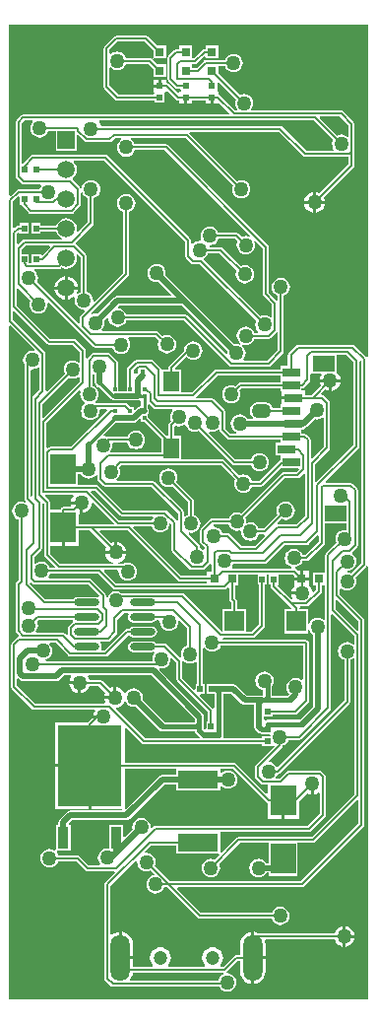
<source format=gbl>
G04 Layer_Physical_Order=2*
G04 Layer_Color=65280*
%FSLAX24Y24*%
%MOIN*%
G70*
G01*
G75*
%ADD11R,0.0236X0.0197*%
%ADD14R,0.0118X0.0118*%
%ADD17R,0.0118X0.0118*%
%ADD26C,0.0079*%
%ADD27C,0.0197*%
%ADD28C,0.0106*%
%ADD29C,0.0177*%
%ADD30C,0.0591*%
%ADD31R,0.0591X0.0591*%
%ADD32C,0.0472*%
%ADD33O,0.0650X0.1575*%
%ADD34C,0.0500*%
%ADD35O,0.0866X0.0236*%
%ADD36R,0.0866X0.1024*%
%ADD37R,0.0315X0.0315*%
%ADD38R,0.1378X0.0630*%
%ADD39R,0.0197X0.0236*%
%ADD40R,0.0591X0.0315*%
%ADD41R,0.0748X0.0551*%
%ADD42R,0.0551X0.0709*%
%ADD43R,0.0669X0.0709*%
%ADD44R,0.0374X0.0748*%
%ADD45R,0.2165X0.2717*%
G36*
X37362Y51462D02*
Y51187D01*
X37316Y51163D01*
X37308Y51171D01*
X37275Y51193D01*
X37237Y51200D01*
X36443D01*
X36420Y51256D01*
X36370Y51320D01*
X36306Y51370D01*
X36231Y51401D01*
X36150Y51412D01*
X36069Y51401D01*
X35994Y51370D01*
X35940Y51329D01*
X35890Y51345D01*
Y51478D01*
X36152Y51740D01*
X37085D01*
X37362Y51462D01*
D02*
G37*
G36*
X44633Y49724D02*
Y41098D01*
X44589Y41072D01*
X44583Y41072D01*
X44571Y41090D01*
X44190Y41471D01*
X44158Y41493D01*
X44119Y41500D01*
X42280D01*
X42242Y41493D01*
X42209Y41471D01*
X41957Y41219D01*
X41935Y41186D01*
X41927Y41148D01*
Y40772D01*
X41673D01*
Y40655D01*
X39495D01*
X39457Y40648D01*
X39424Y40626D01*
X38678Y39880D01*
X38307D01*
Y40650D01*
X38132D01*
X38112Y40700D01*
X38483Y41071D01*
X38500Y41070D01*
X38564Y41020D01*
X38639Y40989D01*
X38720Y40978D01*
X38801Y40989D01*
X38876Y41020D01*
X38940Y41070D01*
X38990Y41134D01*
X39021Y41209D01*
X39032Y41290D01*
X39021Y41371D01*
X38990Y41446D01*
X38940Y41510D01*
X38876Y41560D01*
X38801Y41591D01*
X38720Y41602D01*
X38639Y41591D01*
X38564Y41560D01*
X38500Y41510D01*
X38450Y41446D01*
X38419Y41371D01*
X38408Y41290D01*
X38409Y41281D01*
X37901Y40773D01*
X37880Y40741D01*
X37872Y40702D01*
Y40650D01*
X37638D01*
X37633Y40678D01*
X37611Y40711D01*
X37371Y40951D01*
X37338Y40973D01*
X37300Y40980D01*
X36800D01*
X36762Y40973D01*
X36729Y40951D01*
X36514Y40736D01*
X36492Y40703D01*
X36484Y40665D01*
Y40118D01*
X36467D01*
Y39924D01*
X36191D01*
Y40118D01*
X36173D01*
Y40877D01*
X36166Y40916D01*
X36144Y40948D01*
X35911Y41181D01*
X35878Y41203D01*
X35840Y41210D01*
X35360D01*
X35322Y41203D01*
X35289Y41181D01*
X35140Y41032D01*
X35096Y41047D01*
X35090Y41051D01*
Y41280D01*
X35083Y41318D01*
X35061Y41351D01*
X34741Y41671D01*
X34708Y41693D01*
X34670Y41700D01*
X33882D01*
X32760Y42822D01*
Y43372D01*
X32807Y43392D01*
X33202Y42996D01*
X33179Y42941D01*
X33168Y42860D01*
X33179Y42779D01*
X33210Y42704D01*
X33260Y42640D01*
X33324Y42590D01*
X33399Y42559D01*
X33480Y42548D01*
X33561Y42559D01*
X33636Y42590D01*
X33700Y42640D01*
X33750Y42704D01*
X33781Y42779D01*
X33792Y42860D01*
X33786Y42901D01*
X33834Y42924D01*
X35329Y41429D01*
X35362Y41407D01*
X35400Y41400D01*
X35987D01*
X36010Y41344D01*
X36060Y41280D01*
X36124Y41230D01*
X36199Y41199D01*
X36280Y41188D01*
X36361Y41199D01*
X36436Y41230D01*
X36500Y41280D01*
X36550Y41344D01*
X36581Y41419D01*
X36592Y41500D01*
X36581Y41581D01*
X36550Y41656D01*
X36511Y41707D01*
X36530Y41757D01*
X37442D01*
X37552Y41646D01*
X37529Y41591D01*
X37518Y41510D01*
X37529Y41429D01*
X37560Y41354D01*
X37610Y41290D01*
X37674Y41240D01*
X37749Y41209D01*
X37830Y41198D01*
X37911Y41209D01*
X37986Y41240D01*
X38050Y41290D01*
X38100Y41354D01*
X38131Y41429D01*
X38142Y41510D01*
X38131Y41591D01*
X38100Y41666D01*
X38050Y41730D01*
X37986Y41780D01*
X37911Y41811D01*
X37830Y41822D01*
X37749Y41811D01*
X37694Y41788D01*
X37554Y41928D01*
X37522Y41950D01*
X37483Y41957D01*
X35637D01*
X35620Y42007D01*
X35629Y42014D01*
X35678Y42079D01*
X35709Y42154D01*
X35720Y42234D01*
X35710Y42309D01*
X35800Y42399D01*
X35853Y42381D01*
X35859Y42329D01*
X35891Y42254D01*
X35940Y42190D01*
X36005Y42140D01*
X36080Y42109D01*
X36161Y42098D01*
X36241Y42109D01*
X36316Y42140D01*
X36381Y42190D01*
X36431Y42254D01*
X36454Y42310D01*
X38408D01*
X39929Y40789D01*
X39962Y40767D01*
X40000Y40760D01*
X41280D01*
X41318Y40767D01*
X41351Y40789D01*
X41761Y41199D01*
X41783Y41232D01*
X41790Y41270D01*
Y43147D01*
X41846Y43170D01*
X41910Y43220D01*
X41960Y43284D01*
X41991Y43359D01*
X42002Y43440D01*
X41991Y43521D01*
X41960Y43596D01*
X41910Y43660D01*
X41846Y43710D01*
X41771Y43741D01*
X41690Y43752D01*
X41609Y43741D01*
X41534Y43710D01*
X41470Y43660D01*
X41420Y43596D01*
X41389Y43521D01*
X41378Y43440D01*
X41389Y43359D01*
X41420Y43284D01*
X41470Y43220D01*
X41534Y43170D01*
X41590Y43147D01*
Y43001D01*
X41584Y42997D01*
X41540Y42982D01*
X41270Y43252D01*
Y44800D01*
X41263Y44838D01*
X41241Y44871D01*
X37872Y48240D01*
X37839Y48262D01*
X37801Y48270D01*
X36743D01*
X36720Y48325D01*
X36670Y48390D01*
X36606Y48439D01*
X36605Y48440D01*
X36615Y48490D01*
X38468D01*
X40070Y46888D01*
X40047Y46833D01*
X40036Y46752D01*
X40047Y46671D01*
X40078Y46596D01*
X40128Y46532D01*
X40192Y46482D01*
X40267Y46451D01*
X40348Y46440D01*
X40429Y46451D01*
X40504Y46482D01*
X40568Y46532D01*
X40618Y46596D01*
X40649Y46671D01*
X40660Y46752D01*
X40649Y46833D01*
X40618Y46908D01*
X40568Y46972D01*
X40504Y47022D01*
X40429Y47053D01*
X40348Y47064D01*
X40267Y47053D01*
X40212Y47030D01*
X38592Y48650D01*
X38607Y48694D01*
X38611Y48700D01*
X41618D01*
X42449Y47869D01*
X42482Y47847D01*
X42520Y47840D01*
X43980D01*
Y47602D01*
X42998Y46619D01*
X42921Y46651D01*
X42880Y46656D01*
Y46360D01*
X43176D01*
X43171Y46401D01*
X43139Y46478D01*
X44151Y47489D01*
X44173Y47522D01*
X44180Y47560D01*
Y48020D01*
Y48960D01*
X44173Y48998D01*
X44151Y49031D01*
X43801Y49381D01*
X43768Y49403D01*
X43730Y49410D01*
X40709D01*
X40685Y49460D01*
X40718Y49504D01*
X40749Y49579D01*
X40760Y49660D01*
X40749Y49741D01*
X40718Y49816D01*
X40669Y49880D01*
X40604Y49930D01*
X40529Y49961D01*
X40448Y49972D01*
X40368Y49961D01*
X40312Y49938D01*
X39567Y50683D01*
Y50920D01*
X39797D01*
X39820Y50864D01*
X39870Y50800D01*
X39934Y50750D01*
X40009Y50719D01*
X40090Y50708D01*
X40171Y50719D01*
X40246Y50750D01*
X40310Y50800D01*
X40360Y50864D01*
X40391Y50939D01*
X40402Y51020D01*
X40391Y51101D01*
X40360Y51176D01*
X40310Y51240D01*
X40246Y51290D01*
X40171Y51321D01*
X40090Y51332D01*
X40009Y51321D01*
X39934Y51290D01*
X39870Y51240D01*
X39820Y51176D01*
X39797Y51120D01*
X39132D01*
X39094Y51113D01*
X39061Y51091D01*
X38828Y50858D01*
X38681D01*
Y50971D01*
X38782D01*
X38820Y50979D01*
X38853Y51001D01*
X39088Y51236D01*
X39134Y51217D01*
Y51171D01*
X39567D01*
Y51604D01*
X39134D01*
Y51488D01*
X39098D01*
X39059Y51481D01*
X39027Y51459D01*
X38740Y51172D01*
X38681D01*
Y51604D01*
X38248D01*
Y51488D01*
X38148D01*
X38109Y51481D01*
X38077Y51459D01*
X37889Y51271D01*
X37867Y51238D01*
X37860Y51200D01*
Y50480D01*
X37867Y50442D01*
X37889Y50409D01*
X38123Y50175D01*
X38156Y50153D01*
X38194Y50146D01*
X38262D01*
X38297Y50110D01*
Y50089D01*
X38268Y50051D01*
X38256D01*
Y50022D01*
X38206Y50002D01*
X37891Y50317D01*
X37858Y50339D01*
X37820Y50346D01*
X37797D01*
Y50444D01*
X37629D01*
Y50246D01*
X37579D01*
Y50196D01*
X37361D01*
Y50048D01*
X37372D01*
X37402Y50010D01*
X37402Y50003D01*
X37389Y49953D01*
X36202D01*
X35890Y50264D01*
Y50855D01*
X35940Y50871D01*
X35994Y50830D01*
X36069Y50799D01*
X36150Y50788D01*
X36231Y50799D01*
X36306Y50830D01*
X36370Y50880D01*
X36420Y50944D01*
X36443Y51000D01*
X37195D01*
X37362Y50832D01*
Y50541D01*
X37795D01*
Y50974D01*
X37504D01*
X37354Y51125D01*
X37378Y51171D01*
X37795D01*
Y51604D01*
X37504D01*
X37197Y51911D01*
X37165Y51933D01*
X37127Y51940D01*
X36110D01*
X36072Y51933D01*
X36039Y51911D01*
X35719Y51591D01*
X35697Y51558D01*
X35690Y51520D01*
Y50222D01*
X35697Y50184D01*
X35719Y50151D01*
X36089Y49781D01*
X36122Y49760D01*
X36160Y49752D01*
X37402D01*
Y49695D01*
X37756D01*
Y49998D01*
X37756Y50010D01*
X37785Y50048D01*
X37797D01*
Y50062D01*
X37843Y50081D01*
X38143Y49781D01*
X38175Y49760D01*
X38214Y49752D01*
X38256D01*
Y49654D01*
X38424D01*
Y49852D01*
X38524D01*
Y49654D01*
X38693D01*
Y49752D01*
X39132D01*
Y49654D01*
X39300D01*
Y49852D01*
X39400D01*
Y49654D01*
X39569D01*
Y49654D01*
X39601Y49667D01*
X39952Y49317D01*
X39932Y49270D01*
X32960D01*
X32922Y49263D01*
X32889Y49241D01*
X32729Y49081D01*
X32707Y49048D01*
X32700Y49010D01*
Y47180D01*
X32707Y47142D01*
X32729Y47109D01*
X32899Y46939D01*
X32932Y46917D01*
X32970Y46910D01*
X33559D01*
X33584Y46860D01*
X33550Y46816D01*
X33527Y46760D01*
X32800D01*
X32762Y46753D01*
X32729Y46731D01*
X32529Y46531D01*
X32483Y46550D01*
Y52330D01*
X44633D01*
Y49724D01*
D02*
G37*
G36*
X40170Y49796D02*
X40147Y49741D01*
X40137Y49660D01*
X40147Y49579D01*
X40178Y49504D01*
X40212Y49460D01*
X40190Y49415D01*
X40141Y49411D01*
X39629Y49923D01*
X39596Y49945D01*
X39569Y49951D01*
Y50051D01*
X39557D01*
X39528Y50089D01*
Y50368D01*
X39578Y50389D01*
X40170Y49796D01*
D02*
G37*
G36*
X43980Y48918D02*
Y48551D01*
X43930Y48526D01*
X43886Y48560D01*
X43811Y48591D01*
X43730Y48602D01*
X43649Y48591D01*
X43594Y48568D01*
X42998Y49163D01*
X43018Y49210D01*
X43688D01*
X43980Y48918D01*
D02*
G37*
G36*
X43452Y48426D02*
X43429Y48371D01*
X43418Y48290D01*
X43429Y48209D01*
X43460Y48134D01*
X43494Y48090D01*
X43469Y48040D01*
X42562D01*
X41731Y48871D01*
X41698Y48893D01*
X41660Y48900D01*
X35597D01*
X35566Y48977D01*
X35533Y49020D01*
X35557Y49070D01*
X42808D01*
X43452Y48426D01*
D02*
G37*
G36*
X34990Y46596D02*
X35040Y46532D01*
X35104Y46482D01*
X35160Y46459D01*
Y45652D01*
X34823Y45315D01*
X34769Y45324D01*
X34765Y45328D01*
X34777Y45415D01*
X34765Y45508D01*
X34729Y45594D01*
X34672Y45668D01*
X34598Y45725D01*
X34512Y45761D01*
X34419Y45773D01*
X34327Y45761D01*
X34241Y45725D01*
X34167Y45668D01*
X34110Y45594D01*
X34077Y45516D01*
X33943D01*
X33928Y45526D01*
X33890Y45533D01*
X33553D01*
Y45610D01*
X33238D01*
Y45256D01*
X33553D01*
Y45333D01*
X33854D01*
X33869Y45323D01*
X33908Y45315D01*
X34077D01*
X34110Y45237D01*
X34167Y45163D01*
X34241Y45106D01*
X34261Y45097D01*
X34252Y45047D01*
X32997D01*
X32958Y45040D01*
X32926Y45018D01*
X32807Y44898D01*
X32760Y44918D01*
Y45251D01*
X32794Y45286D01*
X32844Y45265D01*
Y45256D01*
X33159D01*
Y45610D01*
X32844D01*
Y45533D01*
X32800D01*
X32762Y45526D01*
X32729Y45504D01*
X32668Y45443D01*
X32622Y45462D01*
Y46340D01*
X32794Y46513D01*
X32844Y46492D01*
Y46230D01*
X32904D01*
X32909Y46202D01*
X32931Y46169D01*
X33151Y45949D01*
X33184Y45927D01*
X33222Y45920D01*
X34600D01*
X34638Y45927D01*
X34671Y45949D01*
X34891Y46169D01*
X34913Y46202D01*
X34920Y46240D01*
Y46634D01*
X34970Y46644D01*
X34990Y46596D01*
D02*
G37*
G36*
X33294Y49020D02*
X33253Y48966D01*
X33222Y48891D01*
X33211Y48810D01*
X33222Y48729D01*
X33253Y48654D01*
X33303Y48590D01*
X33367Y48540D01*
X33442Y48509D01*
X33523Y48498D01*
X33604Y48509D01*
X33679Y48540D01*
X33743Y48590D01*
X33793Y48654D01*
X33816Y48710D01*
X34065D01*
Y48061D01*
X34774D01*
Y48569D01*
X34820Y48588D01*
X35029Y48379D01*
X35062Y48357D01*
X35100Y48350D01*
X35890D01*
X35928Y48357D01*
X35961Y48379D01*
X36072Y48490D01*
X36285D01*
X36295Y48440D01*
X36294Y48439D01*
X36230Y48390D01*
X36180Y48325D01*
X36149Y48250D01*
X36138Y48169D01*
X36149Y48089D01*
X36180Y48013D01*
X36230Y47949D01*
X36294Y47899D01*
X36369Y47868D01*
X36450Y47858D01*
X36531Y47868D01*
X36606Y47899D01*
X36670Y47949D01*
X36720Y48013D01*
X36743Y48069D01*
X37759D01*
X40633Y45195D01*
X40605Y45152D01*
X40578Y45163D01*
X40498Y45174D01*
X40417Y45163D01*
X40362Y45140D01*
X40261Y45241D01*
X40228Y45263D01*
X40190Y45270D01*
X39573D01*
X39550Y45326D01*
X39500Y45390D01*
X39436Y45440D01*
X39361Y45471D01*
X39280Y45482D01*
X39199Y45471D01*
X39124Y45440D01*
X39060Y45390D01*
X39010Y45326D01*
X38979Y45251D01*
X38968Y45170D01*
X38979Y45089D01*
X38994Y45054D01*
X38958Y45008D01*
X38930Y45012D01*
X38849Y45001D01*
X38774Y44970D01*
X38710Y44920D01*
X38704Y44913D01*
X38654Y44930D01*
Y45016D01*
X38646Y45055D01*
X38625Y45087D01*
X35831Y47881D01*
X35798Y47903D01*
X35760Y47910D01*
X33280D01*
X33242Y47903D01*
X33209Y47881D01*
X32950Y47622D01*
X32900Y47643D01*
Y48968D01*
X33002Y49070D01*
X33278D01*
X33294Y49020D01*
D02*
G37*
G36*
X33869Y44800D02*
X33603Y44534D01*
X33553Y44555D01*
Y44567D01*
X33238D01*
Y44260D01*
X33159D01*
Y44567D01*
X32900D01*
Y44708D01*
X33038Y44847D01*
X33850D01*
X33869Y44800D01*
D02*
G37*
G36*
X34920Y44438D02*
Y43283D01*
X34864Y43260D01*
X34824Y43229D01*
X34783Y43261D01*
X34804Y43312D01*
X34811Y43365D01*
X34469D01*
Y43023D01*
X34522Y43030D01*
X34619Y43070D01*
X34686Y43122D01*
X34727Y43090D01*
X34719Y43071D01*
X34708Y42990D01*
X34719Y42909D01*
X34750Y42834D01*
X34800Y42770D01*
X34864Y42720D01*
X34939Y42689D01*
X35020Y42678D01*
X35026Y42679D01*
X35049Y42632D01*
X34909Y42491D01*
X34887Y42459D01*
X34880Y42420D01*
Y42228D01*
X34833Y42209D01*
X33428Y43614D01*
X33451Y43669D01*
X33462Y43750D01*
X33451Y43831D01*
X33420Y43906D01*
X33370Y43970D01*
X33320Y44009D01*
X33337Y44059D01*
X34163D01*
X34202Y44067D01*
X34234Y44089D01*
X34248Y44103D01*
X34327Y44070D01*
X34419Y44058D01*
X34512Y44070D01*
X34598Y44106D01*
X34672Y44163D01*
X34729Y44237D01*
X34765Y44323D01*
X34777Y44415D01*
X34765Y44508D01*
X34754Y44533D01*
X34796Y44562D01*
X34920Y44438D01*
D02*
G37*
G36*
X40220Y44998D02*
X40197Y44943D01*
X40186Y44862D01*
X40197Y44782D01*
X40228Y44706D01*
X40277Y44642D01*
X40342Y44592D01*
X40417Y44561D01*
X40498Y44550D01*
X40578Y44561D01*
X40654Y44592D01*
X40718Y44642D01*
X40768Y44706D01*
X40799Y44782D01*
X40810Y44862D01*
X40799Y44943D01*
X40788Y44969D01*
X40830Y44998D01*
X41070Y44758D01*
Y43210D01*
X41077Y43172D01*
X41099Y43139D01*
X41380Y42858D01*
Y42432D01*
X41330Y42408D01*
X41286Y42441D01*
X41211Y42472D01*
X41130Y42483D01*
X41049Y42472D01*
X40994Y42449D01*
X39073Y44370D01*
X39084Y44429D01*
X39086Y44430D01*
X39150Y44480D01*
X39200Y44544D01*
X39223Y44600D01*
X39608D01*
X40192Y44016D01*
X40169Y43961D01*
X40158Y43880D01*
X40169Y43799D01*
X40200Y43724D01*
X40250Y43660D01*
X40314Y43610D01*
X40389Y43579D01*
X40470Y43568D01*
X40551Y43579D01*
X40626Y43610D01*
X40690Y43660D01*
X40740Y43724D01*
X40771Y43799D01*
X40782Y43880D01*
X40771Y43961D01*
X40740Y44036D01*
X40690Y44100D01*
X40626Y44150D01*
X40551Y44181D01*
X40470Y44192D01*
X40389Y44181D01*
X40334Y44158D01*
X39721Y44771D01*
X39688Y44793D01*
X39650Y44800D01*
X39267D01*
X39262Y44810D01*
X39269Y44828D01*
X39294Y44860D01*
X39361Y44869D01*
X39436Y44900D01*
X39500Y44950D01*
X39550Y45014D01*
X39573Y45070D01*
X40148D01*
X40220Y44998D01*
D02*
G37*
G36*
X38453Y44975D02*
Y44490D01*
X38461Y44452D01*
X38483Y44419D01*
X38649Y44253D01*
X38682Y44231D01*
X38720Y44223D01*
X38936D01*
X40852Y42307D01*
X40829Y42252D01*
X40818Y42171D01*
X40829Y42091D01*
X40860Y42015D01*
X40910Y41951D01*
X40912Y41949D01*
X40895Y41899D01*
X40793D01*
X40770Y41954D01*
X40720Y42019D01*
X40656Y42068D01*
X40581Y42100D01*
X40500Y42110D01*
X40419Y42100D01*
X40344Y42068D01*
X40280Y42019D01*
X40230Y41954D01*
X40199Y41879D01*
X40188Y41798D01*
X40199Y41718D01*
X40230Y41643D01*
X40280Y41578D01*
X40326Y41542D01*
X40301Y41499D01*
X40271Y41511D01*
X40190Y41522D01*
X40115Y41512D01*
X38536Y43091D01*
X38536Y43091D01*
X37785Y43843D01*
X37794Y43917D01*
X37784Y43998D01*
X37753Y44073D01*
X37703Y44138D01*
X37639Y44187D01*
X37563Y44218D01*
X37483Y44229D01*
X37402Y44218D01*
X37327Y44187D01*
X37262Y44138D01*
X37213Y44073D01*
X37182Y43998D01*
X37171Y43917D01*
X37182Y43837D01*
X37213Y43761D01*
X37262Y43697D01*
X37327Y43647D01*
X37402Y43616D01*
X37483Y43606D01*
X37557Y43615D01*
X37989Y43184D01*
X37970Y43138D01*
X36151D01*
X36151Y43138D01*
X36090Y43126D01*
X36038Y43091D01*
X36038Y43091D01*
X35483Y42536D01*
X35408Y42546D01*
X35328Y42536D01*
X35293Y42521D01*
X35265Y42564D01*
X36521Y43820D01*
X36543Y43852D01*
X36550Y43891D01*
Y45987D01*
X36606Y46010D01*
X36670Y46060D01*
X36720Y46124D01*
X36751Y46199D01*
X36762Y46280D01*
X36751Y46361D01*
X36720Y46436D01*
X36670Y46500D01*
X36606Y46550D01*
X36531Y46581D01*
X36450Y46592D01*
X36369Y46581D01*
X36294Y46550D01*
X36230Y46500D01*
X36180Y46436D01*
X36149Y46361D01*
X36138Y46280D01*
X36149Y46199D01*
X36180Y46124D01*
X36230Y46060D01*
X36294Y46010D01*
X36350Y45987D01*
Y43932D01*
X35378Y42961D01*
X35331Y42984D01*
X35332Y42990D01*
X35321Y43071D01*
X35290Y43146D01*
X35240Y43210D01*
X35176Y43260D01*
X35120Y43283D01*
Y44480D01*
X35113Y44518D01*
X35091Y44551D01*
X34762Y44880D01*
X34750Y44888D01*
X34739Y44947D01*
X35331Y45539D01*
X35353Y45572D01*
X35360Y45610D01*
Y46459D01*
X35416Y46482D01*
X35480Y46532D01*
X35530Y46596D01*
X35561Y46671D01*
X35572Y46752D01*
X35561Y46833D01*
X35530Y46908D01*
X35480Y46972D01*
X35416Y47022D01*
X35341Y47053D01*
X35260Y47064D01*
X35179Y47053D01*
X35104Y47022D01*
X35040Y46972D01*
X34990Y46908D01*
X34959Y46833D01*
X34956Y46809D01*
X34904Y46801D01*
X34891Y46821D01*
X34638Y47074D01*
X34634Y47105D01*
X34638Y47136D01*
X34672Y47163D01*
X34729Y47237D01*
X34765Y47323D01*
X34777Y47415D01*
X34765Y47508D01*
X34729Y47594D01*
X34678Y47660D01*
X34692Y47710D01*
X35718D01*
X38453Y44975D01*
D02*
G37*
G36*
X41584Y41902D02*
X41590Y41898D01*
Y41312D01*
X41238Y40960D01*
X40451D01*
X40426Y41010D01*
X40460Y41054D01*
X40491Y41129D01*
X40502Y41210D01*
X40491Y41291D01*
X40460Y41366D01*
X40410Y41430D01*
X40364Y41466D01*
X40389Y41510D01*
X40419Y41497D01*
X40500Y41487D01*
X40581Y41497D01*
X40656Y41528D01*
X40720Y41578D01*
X40770Y41643D01*
X40793Y41698D01*
X41280D01*
X41318Y41706D01*
X41351Y41727D01*
X41540Y41916D01*
X41584Y41902D01*
D02*
G37*
G36*
X33353Y41321D02*
X33329Y41274D01*
X33270Y41282D01*
X33189Y41271D01*
X33114Y41240D01*
X33050Y41190D01*
X33000Y41126D01*
X32969Y41051D01*
X32958Y40970D01*
X32969Y40889D01*
X33000Y40814D01*
X33010Y40802D01*
Y36273D01*
X33017Y36235D01*
X33039Y36202D01*
X33041Y36200D01*
X33013Y36158D01*
X32981Y36171D01*
X32900Y36182D01*
X32819Y36171D01*
X32744Y36140D01*
X32680Y36090D01*
X32630Y36026D01*
X32599Y35951D01*
X32588Y35870D01*
X32599Y35789D01*
X32630Y35714D01*
X32680Y35650D01*
X32744Y35600D01*
X32800Y35577D01*
Y33542D01*
X32729Y33471D01*
X32707Y33438D01*
X32700Y33400D01*
Y31812D01*
X32707Y31773D01*
X32729Y31741D01*
X32807Y31663D01*
X32790Y31609D01*
X32775Y31606D01*
X32743Y31585D01*
X32589Y31431D01*
X32567Y31398D01*
X32560Y31360D01*
Y29930D01*
X32567Y29892D01*
X32589Y29859D01*
X33259Y29189D01*
X33292Y29167D01*
X33330Y29160D01*
X35375D01*
X35400Y29110D01*
X35382Y29087D01*
X35347Y29001D01*
X35342Y28960D01*
X35688D01*
Y28860D01*
X35295D01*
X35147Y28712D01*
X34034D01*
Y27304D01*
X35217D01*
Y27254D01*
X35267D01*
Y25796D01*
X36323D01*
X36350Y25746D01*
X36347Y25741D01*
X34560D01*
X34560Y25741D01*
X34499Y25728D01*
X34446Y25694D01*
X34205Y25452D01*
X34171Y25400D01*
X34158Y25339D01*
X34158Y25339D01*
Y25246D01*
X34073D01*
Y24419D01*
X34023Y24395D01*
X34016Y24400D01*
X33941Y24431D01*
X33860Y24442D01*
X33779Y24431D01*
X33704Y24400D01*
X33640Y24350D01*
X33590Y24286D01*
X33559Y24211D01*
X33548Y24130D01*
X33559Y24049D01*
X33590Y23974D01*
X33640Y23910D01*
X33704Y23860D01*
X33779Y23829D01*
X33860Y23818D01*
X33941Y23829D01*
X34016Y23860D01*
X34080Y23910D01*
X34130Y23974D01*
X34153Y24030D01*
X34758D01*
X35069Y23719D01*
X35102Y23697D01*
X35140Y23690D01*
X36057D01*
X36078Y23640D01*
X35749Y23311D01*
X35727Y23278D01*
X35720Y23240D01*
Y20050D01*
X35727Y20012D01*
X35749Y19979D01*
X35929Y19799D01*
X35962Y19777D01*
X36000Y19770D01*
X39606D01*
X39652Y19710D01*
X39716Y19660D01*
X39791Y19629D01*
X39872Y19618D01*
X39953Y19629D01*
X40028Y19660D01*
X40092Y19710D01*
X40142Y19774D01*
X40173Y19849D01*
X40184Y19930D01*
X40173Y20011D01*
X40142Y20086D01*
X40092Y20150D01*
X40028Y20200D01*
X39953Y20231D01*
X39872Y20242D01*
X39857Y20240D01*
X39839Y20288D01*
X39841Y20289D01*
X40212Y20660D01*
X40310D01*
Y20295D01*
X40324Y20184D01*
X40367Y20081D01*
X40435Y19992D01*
X40524Y19924D01*
X40627Y19881D01*
X40688Y19873D01*
Y20758D01*
Y21642D01*
X40627Y21634D01*
X40524Y21592D01*
X40435Y21523D01*
X40367Y21435D01*
X40324Y21331D01*
X40310Y21220D01*
Y20860D01*
X40170D01*
X40132Y20853D01*
X40099Y20831D01*
X39728Y20460D01*
X39648D01*
X39647Y20464D01*
X39637Y20510D01*
X39689Y20579D01*
X39725Y20665D01*
X39737Y20758D01*
X39725Y20850D01*
X39689Y20937D01*
X39633Y21011D01*
X39559Y21067D01*
X39472Y21103D01*
X39380Y21115D01*
X39287Y21103D01*
X39201Y21067D01*
X39127Y21011D01*
X39070Y20937D01*
X39035Y20850D01*
X39023Y20758D01*
X39035Y20665D01*
X39070Y20579D01*
X39123Y20510D01*
X39113Y20464D01*
X39112Y20460D01*
X37876D01*
X37875Y20464D01*
X37865Y20510D01*
X37918Y20579D01*
X37953Y20665D01*
X37966Y20758D01*
X37953Y20850D01*
X37918Y20937D01*
X37861Y21011D01*
X37787Y21067D01*
X37701Y21103D01*
X37608Y21115D01*
X37516Y21103D01*
X37430Y21067D01*
X37356Y21011D01*
X37299Y20937D01*
X37263Y20850D01*
X37251Y20758D01*
X37263Y20665D01*
X37299Y20579D01*
X37352Y20510D01*
X37342Y20464D01*
X37340Y20460D01*
X36678D01*
Y20708D01*
X36250D01*
Y20758D01*
X36200D01*
Y21642D01*
X36139Y21634D01*
X36036Y21592D01*
X35970Y21541D01*
X35920Y21566D01*
Y23198D01*
X36775Y24053D01*
X36822Y24030D01*
X36818Y24000D01*
X36829Y23919D01*
X36860Y23844D01*
X36910Y23780D01*
X36974Y23730D01*
X37049Y23699D01*
X37130Y23688D01*
X37211Y23699D01*
X37266Y23722D01*
X37397Y23591D01*
X37381Y23544D01*
X37359Y23541D01*
X37284Y23510D01*
X37220Y23460D01*
X37170Y23396D01*
X37139Y23321D01*
X37128Y23240D01*
X37139Y23159D01*
X37170Y23084D01*
X37220Y23020D01*
X37284Y22970D01*
X37359Y22939D01*
X37440Y22928D01*
X37521Y22939D01*
X37596Y22970D01*
X37660Y23020D01*
X37710Y23084D01*
X37733Y23140D01*
X37848D01*
X38881Y22107D01*
X38914Y22085D01*
X38952Y22077D01*
X41373D01*
X41396Y22022D01*
X41446Y21957D01*
X41510Y21908D01*
X41585Y21877D01*
X41666Y21866D01*
X41747Y21877D01*
X41822Y21908D01*
X41886Y21957D01*
X41936Y22022D01*
X41967Y22097D01*
X41978Y22178D01*
X41967Y22258D01*
X41936Y22334D01*
X41886Y22398D01*
X41822Y22448D01*
X41747Y22479D01*
X41666Y22489D01*
X41585Y22479D01*
X41510Y22448D01*
X41446Y22398D01*
X41396Y22334D01*
X41373Y22278D01*
X38994D01*
X38178Y23093D01*
X38198Y23140D01*
X42400D01*
X42438Y23147D01*
X42471Y23169D01*
X44491Y25189D01*
X44513Y25222D01*
X44520Y25260D01*
Y32187D01*
X44513Y32225D01*
X44491Y32258D01*
X43682Y33067D01*
Y33228D01*
X43732Y33252D01*
X43774Y33220D01*
X43849Y33189D01*
X43930Y33178D01*
X44011Y33189D01*
X44086Y33220D01*
X44150Y33270D01*
X44200Y33334D01*
X44231Y33409D01*
X44242Y33490D01*
X44231Y33571D01*
X44208Y33626D01*
X44571Y33989D01*
X44583Y34007D01*
X44633Y33992D01*
Y19343D01*
X32483D01*
Y20128D01*
Y42125D01*
X32529Y42144D01*
X33353Y41321D01*
D02*
G37*
G36*
X39888Y41285D02*
X39878Y41210D01*
X39881Y41192D01*
X39833Y41169D01*
X38521Y42481D01*
X38488Y42503D01*
X38450Y42510D01*
X36454D01*
X36431Y42566D01*
X36381Y42630D01*
X36316Y42680D01*
X36241Y42711D01*
X36190Y42718D01*
X36172Y42771D01*
X36218Y42817D01*
X38356D01*
X39888Y41285D01*
D02*
G37*
G36*
X33769Y41529D02*
X33802Y41507D01*
X33840Y41500D01*
X34628D01*
X34890Y41238D01*
Y40911D01*
X34840Y40886D01*
X34796Y40920D01*
X34721Y40951D01*
X34640Y40962D01*
X34559Y40951D01*
X34484Y40920D01*
X34420Y40870D01*
X34370Y40806D01*
X34339Y40731D01*
X34328Y40650D01*
X34339Y40569D01*
X34362Y40514D01*
X33769Y39921D01*
X33719Y39941D01*
Y41197D01*
X33711Y41236D01*
X33689Y41268D01*
X32622Y42336D01*
Y42611D01*
X32668Y42630D01*
X33769Y41529D01*
D02*
G37*
G36*
X33518Y40708D02*
Y39960D01*
X33293Y39735D01*
X33272Y39703D01*
X33264Y39664D01*
Y36388D01*
X33214Y36361D01*
X33210Y36364D01*
Y40628D01*
X33248Y40661D01*
X33270Y40658D01*
X33351Y40669D01*
X33426Y40700D01*
X33468Y40732D01*
X33518Y40708D01*
D02*
G37*
G36*
X34890Y40389D02*
Y40252D01*
X33649Y39011D01*
X33603Y39030D01*
Y39471D01*
X34504Y40372D01*
X34559Y40349D01*
X34640Y40338D01*
X34721Y40349D01*
X34796Y40380D01*
X34840Y40414D01*
X34890Y40389D01*
D02*
G37*
G36*
X44140Y40918D02*
Y38102D01*
X42890Y36852D01*
X42840Y36873D01*
Y37458D01*
X43331Y37949D01*
X43353Y37982D01*
X43360Y38020D01*
Y39520D01*
X43353Y39558D01*
X43331Y39591D01*
X43162Y39760D01*
X43129Y39782D01*
X43091Y39789D01*
X43077D01*
X43057Y39836D01*
X43192Y39971D01*
X43269Y39939D01*
X43310Y39934D01*
Y40230D01*
X43014D01*
X43019Y40189D01*
X43051Y40112D01*
X42727Y39789D01*
X42502D01*
Y39946D01*
X42382D01*
Y40022D01*
X42400D01*
X42438Y40029D01*
X42471Y40051D01*
X42661Y40241D01*
X42683Y40274D01*
X42690Y40312D01*
Y40492D01*
X42717Y40531D01*
X43049D01*
X43073Y40481D01*
X43054Y40457D01*
X43019Y40371D01*
X43014Y40330D01*
X43706D01*
X43701Y40371D01*
X43666Y40457D01*
X43610Y40530D01*
X43583Y40550D01*
Y41150D01*
X43908D01*
X44140Y40918D01*
D02*
G37*
G36*
X41673Y40389D02*
X41673Y40339D01*
X41673Y40339D01*
Y40222D01*
X40312D01*
X40274Y40215D01*
X40241Y40193D01*
X40146Y40098D01*
X40091Y40121D01*
X40010Y40132D01*
X39929Y40121D01*
X39854Y40090D01*
X39790Y40040D01*
X39740Y39976D01*
X39709Y39901D01*
X39698Y39820D01*
X39709Y39739D01*
X39740Y39664D01*
X39790Y39600D01*
X39854Y39550D01*
X39929Y39519D01*
X40010Y39508D01*
X40091Y39519D01*
X40166Y39550D01*
X40230Y39600D01*
X40280Y39664D01*
X40311Y39739D01*
X40322Y39820D01*
X40311Y39901D01*
X40288Y39956D01*
X40354Y40022D01*
X41673D01*
Y39906D01*
X41711D01*
Y39739D01*
X42106D01*
Y39639D01*
X41711D01*
Y39472D01*
X41673D01*
Y39356D01*
X41403D01*
X41380Y39412D01*
X41330Y39476D01*
X41266Y39526D01*
X41191Y39557D01*
X41110Y39568D01*
X41030Y39557D01*
X40950Y39568D01*
X40869Y39557D01*
X40794Y39526D01*
X40730Y39476D01*
X40680Y39412D01*
X40649Y39337D01*
X40638Y39256D01*
X40649Y39175D01*
X40680Y39100D01*
X40730Y39035D01*
X40732Y39033D01*
X40715Y38983D01*
X40571D01*
X40526Y39043D01*
X40461Y39093D01*
X40386Y39124D01*
X40305Y39135D01*
X40224Y39124D01*
X40149Y39093D01*
X40085Y39043D01*
X40035Y38979D01*
X40004Y38904D01*
X39993Y38823D01*
X40004Y38742D01*
X40035Y38667D01*
X40085Y38602D01*
X40149Y38553D01*
X40180Y38540D01*
X40170Y38490D01*
X39992D01*
X39819Y38663D01*
Y39208D01*
X39811Y39247D01*
X39789Y39279D01*
X39429Y39640D01*
X39396Y39662D01*
X39358Y39670D01*
X38820D01*
X38814Y39678D01*
X38802Y39720D01*
X39537Y40455D01*
X41673D01*
Y40389D01*
D02*
G37*
G36*
X35389Y40494D02*
Y40214D01*
X35402Y40152D01*
X35436Y40100D01*
X35489Y40065D01*
X35548Y40054D01*
X35919Y39683D01*
X35952Y39661D01*
X35955Y39657D01*
Y39646D01*
X35966D01*
X36011Y39615D01*
X36073Y39603D01*
X36850D01*
X36903Y39614D01*
X36953Y39587D01*
Y39457D01*
X36936Y39413D01*
X36875Y39400D01*
X36823Y39365D01*
X36823Y39365D01*
X36749Y39292D01*
X36703Y39311D01*
Y39370D01*
X36608D01*
X36498Y39481D01*
X36465Y39503D01*
X36427Y39510D01*
X35422D01*
X35406Y39531D01*
X35413Y39594D01*
X35420Y39600D01*
X35470Y39664D01*
X35501Y39739D01*
X35512Y39820D01*
X35501Y39901D01*
X35470Y39976D01*
X35420Y40040D01*
X35356Y40090D01*
X35300Y40113D01*
Y40499D01*
X35350Y40524D01*
X35389Y40494D01*
D02*
G37*
G36*
X43160Y39019D02*
Y38062D01*
X42747Y37648D01*
X42700Y37668D01*
Y38270D01*
X42693Y38308D01*
X42671Y38341D01*
X42551Y38461D01*
X42519Y38482D01*
X42480Y38490D01*
X42382D01*
Y38606D01*
X42432Y38606D01*
X42461D01*
Y38664D01*
X42514Y38674D01*
X42566Y38709D01*
X42835Y38978D01*
X42910Y38968D01*
X42991Y38979D01*
X43066Y39010D01*
X43110Y39044D01*
X43160Y39019D01*
D02*
G37*
G36*
X36949Y38972D02*
Y38898D01*
X37043D01*
X37638Y38303D01*
Y37843D01*
X35929D01*
X35911Y37893D01*
X35950Y37944D01*
X35981Y38019D01*
X35992Y38100D01*
X35988Y38132D01*
X36020Y38170D01*
X36487D01*
X36510Y38114D01*
X36560Y38050D01*
X36624Y38000D01*
X36699Y37969D01*
X36780Y37958D01*
X36861Y37969D01*
X36936Y38000D01*
X37000Y38050D01*
X37050Y38114D01*
X37081Y38189D01*
X37092Y38270D01*
X37081Y38351D01*
X37050Y38426D01*
X37000Y38490D01*
X36936Y38540D01*
X36861Y38571D01*
X36780Y38582D01*
X36699Y38571D01*
X36624Y38540D01*
X36560Y38490D01*
X36510Y38426D01*
X36487Y38370D01*
X35850D01*
X35838Y38368D01*
X35836Y38370D01*
X35761Y38401D01*
X35699Y38409D01*
X35678Y38459D01*
X36074Y38855D01*
X36700D01*
X36700Y38855D01*
X36761Y38867D01*
X36814Y38902D01*
X36903Y38991D01*
X36949Y38972D01*
D02*
G37*
G36*
X38438Y38784D02*
X38474Y38767D01*
X38500Y38704D01*
X38550Y38640D01*
X38614Y38590D01*
X38689Y38559D01*
X38770Y38548D01*
X38851Y38559D01*
X38906Y38582D01*
X40039Y37449D01*
X40072Y37427D01*
X40110Y37420D01*
X40677D01*
X40700Y37364D01*
X40750Y37300D01*
X40814Y37250D01*
X40889Y37219D01*
X40970Y37208D01*
X41051Y37219D01*
X41126Y37250D01*
X41190Y37300D01*
X41240Y37364D01*
X41271Y37439D01*
X41282Y37520D01*
X41271Y37601D01*
X41240Y37676D01*
X41190Y37740D01*
X41126Y37790D01*
X41051Y37821D01*
X40970Y37832D01*
X40889Y37821D01*
X40814Y37790D01*
X40750Y37740D01*
X40700Y37676D01*
X40677Y37620D01*
X40152D01*
X39251Y38520D01*
X39280Y38563D01*
X39289Y38559D01*
X39370Y38548D01*
X39451Y38559D01*
X39526Y38590D01*
X39568Y38622D01*
X39578Y38622D01*
X39622Y38602D01*
X39626Y38583D01*
X39647Y38550D01*
X39879Y38319D01*
X39912Y38297D01*
X39950Y38289D01*
X41673D01*
Y38173D01*
X41516D01*
Y37740D01*
X41623D01*
X41673Y37740D01*
Y37605D01*
X41657Y37595D01*
X40963Y36900D01*
X40713D01*
X40690Y36956D01*
X40640Y37020D01*
X40576Y37070D01*
X40501Y37101D01*
X40420Y37112D01*
X40339Y37101D01*
X40284Y37078D01*
X39781Y37581D01*
X39748Y37603D01*
X39710Y37610D01*
X38307D01*
Y38405D01*
X38073D01*
Y38728D01*
X38111Y38759D01*
X38159Y38739D01*
X38240Y38728D01*
X38321Y38739D01*
X38396Y38770D01*
X38417Y38787D01*
X38438Y38784D01*
D02*
G37*
G36*
X37369Y39335D02*
X37402Y39314D01*
X37440Y39306D01*
X38004D01*
X38009Y39293D01*
X38016Y39256D01*
X37970Y39196D01*
X37939Y39121D01*
X37928Y39040D01*
X37939Y38959D01*
X37962Y38904D01*
X37901Y38843D01*
X37880Y38811D01*
X37872Y38772D01*
Y38405D01*
X37819D01*
X37185Y39040D01*
Y39145D01*
X37215Y39191D01*
X37227Y39252D01*
X37215Y39313D01*
X37185Y39359D01*
Y39370D01*
X37181D01*
Y39452D01*
X37231Y39473D01*
X37369Y39335D01*
D02*
G37*
G36*
X34903Y39910D02*
X34899Y39901D01*
X34888Y39820D01*
X34899Y39739D01*
X34930Y39664D01*
X34980Y39600D01*
X35038Y39555D01*
X35044Y39526D01*
X35043Y39496D01*
X35010Y39470D01*
X34960Y39406D01*
X34929Y39331D01*
X34918Y39250D01*
X34929Y39169D01*
X34960Y39094D01*
X35010Y39030D01*
X35074Y38980D01*
X35149Y38949D01*
X35230Y38938D01*
X35311Y38949D01*
X35386Y38980D01*
X35450Y39030D01*
X35500Y39094D01*
X35531Y39169D01*
X35542Y39250D01*
X35539Y39272D01*
X35572Y39310D01*
X35782D01*
X35802Y39263D01*
X34578Y38040D01*
X33889D01*
X33850Y38032D01*
X33818Y38010D01*
X33798Y37991D01*
X33752Y38010D01*
Y38830D01*
X34860Y39939D01*
X34903Y39910D01*
D02*
G37*
G36*
X40142Y36936D02*
X40119Y36881D01*
X40108Y36800D01*
X40119Y36719D01*
X40150Y36644D01*
X40200Y36580D01*
X40264Y36530D01*
X40339Y36499D01*
X40420Y36488D01*
X40501Y36499D01*
X40576Y36530D01*
X40640Y36580D01*
X40690Y36644D01*
X40713Y36700D01*
X41005D01*
X41043Y36707D01*
X41076Y36729D01*
X41632Y37285D01*
X41673Y37307D01*
Y37307D01*
X41673Y37307D01*
X42280D01*
X42299Y37261D01*
X42218Y37180D01*
X41770D01*
X41732Y37173D01*
X41699Y37151D01*
X40336Y35788D01*
X40281Y35811D01*
X40200Y35822D01*
X40119Y35811D01*
X40044Y35780D01*
X39980Y35730D01*
X39930Y35666D01*
X39907Y35610D01*
X39360D01*
X39322Y35603D01*
X39289Y35581D01*
X38989Y35281D01*
X38967Y35248D01*
X38960Y35210D01*
Y34830D01*
X38967Y34792D01*
X38989Y34759D01*
X39110Y34638D01*
Y34581D01*
X39060Y34556D01*
X39016Y34590D01*
X38960Y34613D01*
Y34640D01*
X38953Y34678D01*
X38931Y34711D01*
X38563Y35079D01*
X38570Y35134D01*
X38574Y35138D01*
X38650Y35128D01*
X38731Y35139D01*
X38806Y35170D01*
X38870Y35220D01*
X38920Y35284D01*
X38951Y35359D01*
X38962Y35440D01*
X38951Y35521D01*
X38920Y35596D01*
X38870Y35660D01*
X38806Y35710D01*
X38750Y35733D01*
Y36220D01*
X38743Y36258D01*
X38721Y36291D01*
X38158Y36854D01*
X38181Y36909D01*
X38192Y36990D01*
X38181Y37071D01*
X38150Y37146D01*
X38100Y37210D01*
X38036Y37260D01*
X37961Y37291D01*
X37880Y37302D01*
X37799Y37291D01*
X37724Y37260D01*
X37660Y37210D01*
X37610Y37146D01*
X37579Y37071D01*
X37568Y36990D01*
X37579Y36909D01*
X37610Y36834D01*
X37660Y36770D01*
X37724Y36720D01*
X37799Y36689D01*
X37880Y36678D01*
X37961Y36689D01*
X38016Y36712D01*
X38550Y36178D01*
Y35733D01*
X38494Y35710D01*
X38452Y35678D01*
X38402Y35702D01*
Y35840D01*
X38394Y35878D01*
X38373Y35911D01*
X37416Y36868D01*
X37383Y36889D01*
X37345Y36897D01*
X36138D01*
X36121Y36947D01*
X36150Y36970D01*
X36200Y37034D01*
X36231Y37109D01*
X36242Y37190D01*
X36231Y37271D01*
X36208Y37326D01*
X36292Y37410D01*
X39668D01*
X40142Y36936D01*
D02*
G37*
G36*
X42500Y37112D02*
Y35709D01*
X42207Y35416D01*
X41598D01*
X41577Y35466D01*
X41714Y35602D01*
X41769Y35579D01*
X41850Y35568D01*
X41931Y35579D01*
X42006Y35610D01*
X42070Y35660D01*
X42120Y35724D01*
X42151Y35799D01*
X42162Y35880D01*
X42151Y35961D01*
X42120Y36036D01*
X42070Y36100D01*
X42006Y36150D01*
X41931Y36181D01*
X41850Y36192D01*
X41769Y36181D01*
X41694Y36150D01*
X41630Y36100D01*
X41580Y36036D01*
X41549Y35961D01*
X41538Y35880D01*
X41549Y35799D01*
X41572Y35744D01*
X41098Y35270D01*
X40943D01*
X40920Y35326D01*
X40870Y35390D01*
X40806Y35440D01*
X40731Y35471D01*
X40650Y35482D01*
X40569Y35471D01*
X40549Y35463D01*
X40510Y35493D01*
X40512Y35510D01*
X40501Y35591D01*
X40478Y35646D01*
X41812Y36980D01*
X42260D01*
X42298Y36987D01*
X42331Y37009D01*
X42453Y37132D01*
X42500Y37112D01*
D02*
G37*
G36*
X34959Y37053D02*
X35024Y37004D01*
X35099Y36973D01*
X35179Y36962D01*
X35260Y36973D01*
X35335Y37004D01*
X35400Y37053D01*
X35431Y37094D01*
X35481Y37077D01*
Y36960D01*
X35489Y36922D01*
X35511Y36889D01*
X35674Y36726D01*
X35706Y36704D01*
X35745Y36696D01*
X37303D01*
X38201Y35798D01*
Y35570D01*
X38189Y35561D01*
X38151Y35551D01*
X37831Y35871D01*
X37798Y35893D01*
X37760Y35900D01*
X36344D01*
X35510Y36734D01*
X35478Y36756D01*
X35439Y36764D01*
X34813D01*
Y37113D01*
X34913D01*
X34959Y37053D01*
D02*
G37*
G36*
X36232Y35729D02*
X36264Y35707D01*
X36303Y35700D01*
X37339D01*
X37364Y35650D01*
X37330Y35606D01*
X37307Y35550D01*
X36218D01*
X35251Y36517D01*
X35270Y36563D01*
X35398D01*
X36232Y35729D01*
D02*
G37*
G36*
X34663Y36375D02*
X34623Y36323D01*
X34588Y36238D01*
X34582Y36197D01*
X34929D01*
Y36147D01*
X34979D01*
Y35800D01*
X35020Y35806D01*
X35105Y35841D01*
X35179Y35897D01*
X35235Y35970D01*
X35270Y36055D01*
X35280Y36133D01*
X35327Y36157D01*
X36032Y35452D01*
X36013Y35405D01*
X34854D01*
Y35766D01*
X34879Y35788D01*
Y36097D01*
X34582D01*
X34588Y36058D01*
X34587Y36045D01*
X34563Y36008D01*
X34321D01*
X34282Y36000D01*
X34250Y35979D01*
X34228Y35946D01*
X34222Y35917D01*
X33880D01*
Y36152D01*
X33873Y36191D01*
X33851Y36223D01*
X33699Y36375D01*
X33720Y36425D01*
X34638D01*
X34663Y36375D01*
D02*
G37*
G36*
X43920Y35263D02*
X43882Y35230D01*
X43844Y35236D01*
X43763Y35225D01*
X43688Y35194D01*
X43623Y35144D01*
X43574Y35080D01*
X43543Y35004D01*
X43532Y34924D01*
X43543Y34843D01*
X43566Y34788D01*
X43219Y34441D01*
X43197Y34408D01*
X43190Y34370D01*
Y33799D01*
X42766D01*
Y33366D01*
X42882D01*
Y33202D01*
X42800Y33119D01*
X42747Y33137D01*
X42741Y33181D01*
X42706Y33267D01*
X42650Y33340D01*
X42649Y33340D01*
Y33533D01*
X42134D01*
Y33325D01*
X42134Y33325D01*
X42134D01*
X42109Y33286D01*
X42094Y33267D01*
X42059Y33181D01*
X42054Y33140D01*
X42400D01*
Y33040D01*
X42054D01*
X42059Y32999D01*
X42089Y32927D01*
X42074Y32887D01*
X42063Y32872D01*
X42049Y32870D01*
X41583Y33336D01*
X41604Y33386D01*
X41604D01*
Y33731D01*
X42101D01*
X42134Y33698D01*
Y33633D01*
X42342D01*
Y33840D01*
X42276D01*
X42214Y33903D01*
X42181Y33924D01*
X42180Y33924D01*
X42182Y33975D01*
X42211Y33979D01*
X42286Y34010D01*
X42350Y34060D01*
X42400Y34124D01*
X42423Y34180D01*
X42560D01*
X42598Y34187D01*
X42631Y34209D01*
X43141Y34719D01*
X43163Y34752D01*
X43170Y34790D01*
Y35453D01*
X43920D01*
Y35263D01*
D02*
G37*
G36*
X37990Y35428D02*
Y34560D01*
X37997Y34522D01*
X38019Y34489D01*
X38609Y33899D01*
X38642Y33877D01*
X38680Y33870D01*
X39040D01*
X39078Y33877D01*
X39111Y33899D01*
X39281Y34069D01*
X39290Y34082D01*
X39340Y34067D01*
Y33830D01*
X39191D01*
Y33673D01*
X38309D01*
X36678Y35303D01*
X36698Y35350D01*
X37307D01*
X37330Y35294D01*
X37380Y35230D01*
X37444Y35180D01*
X37519Y35149D01*
X37600Y35138D01*
X37681Y35149D01*
X37756Y35180D01*
X37820Y35230D01*
X37870Y35294D01*
X37901Y35369D01*
X37910Y35437D01*
X37956Y35462D01*
X37990Y35428D01*
D02*
G37*
G36*
X39930Y35354D02*
X39980Y35290D01*
X40044Y35240D01*
X40119Y35209D01*
X40200Y35198D01*
X40281Y35209D01*
X40301Y35217D01*
X40340Y35187D01*
X40338Y35170D01*
X40349Y35089D01*
X40380Y35014D01*
X40430Y34950D01*
X40494Y34900D01*
X40569Y34869D01*
X40650Y34858D01*
X40731Y34869D01*
X40806Y34900D01*
X40870Y34950D01*
X40920Y35014D01*
X40943Y35070D01*
X41117D01*
X41138Y35020D01*
X40818Y34700D01*
X40361D01*
X39960Y35101D01*
X39928Y35123D01*
X39889Y35130D01*
X39702D01*
X39679Y35186D01*
X39630Y35250D01*
X39565Y35300D01*
X39490Y35331D01*
X39436Y35338D01*
X39412Y35390D01*
X39425Y35410D01*
X39907D01*
X39930Y35354D01*
D02*
G37*
G36*
X42970Y35022D02*
Y34832D01*
X42518Y34380D01*
X42423D01*
X42400Y34436D01*
X42350Y34500D01*
X42286Y34550D01*
X42211Y34581D01*
X42130Y34592D01*
X42049Y34581D01*
X41974Y34550D01*
X41910Y34500D01*
X41860Y34436D01*
X41829Y34361D01*
X41818Y34280D01*
X41829Y34199D01*
X41860Y34124D01*
X41910Y34060D01*
X41974Y34010D01*
X42049Y33979D01*
X42038Y33932D01*
X40052D01*
X40028Y33982D01*
X40060Y34024D01*
X40083Y34080D01*
X41140D01*
X41178Y34087D01*
X41211Y34109D01*
X41822Y34720D01*
X42560D01*
X42598Y34727D01*
X42631Y34749D01*
X42923Y35042D01*
X42970Y35022D01*
D02*
G37*
G36*
X33680Y36104D02*
Y34380D01*
X33687Y34342D01*
X33709Y34309D01*
X34032Y33987D01*
X34012Y33940D01*
X33873D01*
X33850Y33996D01*
X33800Y34060D01*
X33736Y34110D01*
X33661Y34141D01*
X33580Y34152D01*
X33499Y34141D01*
X33424Y34110D01*
X33380Y34076D01*
X33330Y34101D01*
Y34308D01*
X33571Y34549D01*
X33593Y34582D01*
X33600Y34620D01*
Y36112D01*
X33645Y36131D01*
X33680Y36104D01*
D02*
G37*
G36*
X44400Y40944D02*
Y34102D01*
X44066Y33768D01*
X44011Y33791D01*
X43945Y33800D01*
Y33850D01*
X44011Y33859D01*
X44086Y33890D01*
X44150Y33940D01*
X44200Y34004D01*
X44231Y34079D01*
X44242Y34160D01*
X44231Y34241D01*
X44200Y34316D01*
X44150Y34380D01*
X44108Y34413D01*
X44100Y34470D01*
X44102Y34477D01*
X44271Y34646D01*
X44293Y34678D01*
X44300Y34717D01*
Y36580D01*
X44293Y36618D01*
X44271Y36651D01*
X44121Y36801D01*
X44088Y36823D01*
X44050Y36830D01*
X43218D01*
X43198Y36877D01*
X44311Y37989D01*
X44333Y38022D01*
X44340Y38060D01*
Y40921D01*
X44390Y40949D01*
X44400Y40944D01*
D02*
G37*
G36*
X34371Y34693D02*
X34854D01*
Y35205D01*
X35223D01*
X35791Y34638D01*
X35759Y34561D01*
X35754Y34520D01*
X36050D01*
Y34816D01*
X36009Y34811D01*
X35932Y34779D01*
X35553Y35159D01*
X35572Y35205D01*
X36493D01*
X38196Y33502D01*
X38229Y33480D01*
X38267Y33472D01*
X39191D01*
Y33412D01*
X36123D01*
X35702Y33833D01*
X35721Y33880D01*
X36158D01*
X36191Y33842D01*
X36188Y33820D01*
X36199Y33739D01*
X36230Y33664D01*
X36280Y33600D01*
X36344Y33550D01*
X36419Y33519D01*
X36500Y33508D01*
X36581Y33519D01*
X36656Y33550D01*
X36720Y33600D01*
X36770Y33664D01*
X36801Y33739D01*
X36812Y33820D01*
X36801Y33901D01*
X36770Y33976D01*
X36720Y34040D01*
X36656Y34090D01*
X36581Y34121D01*
X36500Y34132D01*
X36419Y34121D01*
X36344Y34090D01*
X36332Y34080D01*
X36199D01*
X36191Y34129D01*
X36277Y34164D01*
X36350Y34220D01*
X36406Y34293D01*
X36441Y34379D01*
X36446Y34420D01*
X35754D01*
X35759Y34379D01*
X35794Y34293D01*
X35850Y34220D01*
X35923Y34164D01*
X36009Y34129D01*
X36001Y34080D01*
X34222D01*
X33880Y34422D01*
Y34693D01*
X34271D01*
Y35305D01*
X34371D01*
Y34693D01*
D02*
G37*
G36*
X33269Y33419D02*
X33302Y33397D01*
X33340Y33390D01*
X35158D01*
X35539Y33009D01*
X35535Y32982D01*
X35528Y32974D01*
X35484Y32948D01*
X35433Y32958D01*
X34803D01*
X34734Y32944D01*
X34675Y32905D01*
X34657Y32878D01*
X33710D01*
X33182Y33405D01*
X33185Y33432D01*
X33238Y33450D01*
X33269Y33419D01*
D02*
G37*
G36*
X43190Y32211D02*
X43140Y32186D01*
X43096Y32220D01*
X43021Y32251D01*
X42940Y32262D01*
X42859Y32251D01*
X42784Y32220D01*
X42720Y32170D01*
X42670Y32106D01*
X42648Y32054D01*
X42598Y32064D01*
Y32549D01*
X42328D01*
X42310Y32599D01*
X42332Y32633D01*
X42339Y32637D01*
X42560D01*
X42598Y32645D01*
X42631Y32667D01*
X43053Y33089D01*
X43075Y33122D01*
X43083Y33160D01*
Y33366D01*
X43190D01*
Y32211D01*
D02*
G37*
G36*
X44320Y32145D02*
Y31838D01*
X44273Y31818D01*
X43544Y32548D01*
Y32856D01*
X43590Y32875D01*
X44320Y32145D01*
D02*
G37*
G36*
X36011Y33241D02*
X36043Y33219D01*
X36082Y33211D01*
X39778D01*
X39817Y33219D01*
X39849Y33241D01*
X39893Y33284D01*
X39939Y33265D01*
Y32889D01*
X39947Y32850D01*
X39968Y32818D01*
X40018Y32768D01*
Y32549D01*
X39724D01*
Y31818D01*
X39674Y31797D01*
X38401Y33071D01*
X38368Y33093D01*
X38330Y33100D01*
X36269D01*
X36257Y33110D01*
X36182Y33141D01*
X36101Y33152D01*
X36020Y33141D01*
X35945Y33110D01*
X35880Y33060D01*
X35831Y32996D01*
X35812Y32950D01*
X35762Y32960D01*
Y33028D01*
X35754Y33067D01*
X35732Y33099D01*
X35271Y33561D01*
X35238Y33583D01*
X35200Y33590D01*
X33841D01*
X33816Y33640D01*
X33850Y33684D01*
X33873Y33740D01*
X35512D01*
X36011Y33241D01*
D02*
G37*
G36*
X40896Y33386D02*
X40953D01*
Y32042D01*
X40692Y31780D01*
X40512D01*
Y32549D01*
X40218D01*
Y32810D01*
X40212Y32842D01*
X40211Y32848D01*
X40189Y32881D01*
X40140Y32930D01*
Y33356D01*
X40256D01*
Y33731D01*
X40896D01*
Y33386D01*
D02*
G37*
G36*
X34654Y32129D02*
X34646Y32121D01*
X34516Y31991D01*
X34494Y31958D01*
X34486Y31920D01*
Y31695D01*
X34447Y31674D01*
X34438Y31673D01*
X34388Y31723D01*
X34356Y31744D01*
X34317Y31752D01*
X33412D01*
X33388Y31802D01*
X33420Y31844D01*
X33451Y31919D01*
X33462Y32000D01*
X33451Y32081D01*
X33428Y32136D01*
X33469Y32177D01*
X34640D01*
X34654Y32129D01*
D02*
G37*
G36*
X36535Y32360D02*
X36526Y32347D01*
X36512Y32278D01*
X36526Y32208D01*
X36565Y32150D01*
X36624Y32111D01*
X36693Y32097D01*
X37323D01*
X37392Y32111D01*
X37451Y32150D01*
X37469Y32177D01*
X37558D01*
X37591Y32140D01*
X37588Y32120D01*
X37599Y32039D01*
X37630Y31964D01*
X37680Y31900D01*
X37744Y31850D01*
X37819Y31819D01*
X37900Y31808D01*
X37981Y31819D01*
X38056Y31850D01*
X38120Y31900D01*
X38170Y31964D01*
X38201Y32039D01*
X38212Y32120D01*
X38208Y32150D01*
X38255Y32173D01*
X38510Y31918D01*
Y31323D01*
X38454Y31300D01*
X38390Y31250D01*
X38340Y31186D01*
X38309Y31111D01*
X38298Y31030D01*
X38309Y30949D01*
X38315Y30936D01*
X38272Y30907D01*
X37831Y31349D01*
X37798Y31370D01*
X37760Y31378D01*
X37469D01*
X37451Y31405D01*
X37392Y31444D01*
X37323Y31458D01*
X36693D01*
X36624Y31444D01*
X36565Y31405D01*
X36526Y31347D01*
X36512Y31278D01*
X36526Y31208D01*
X36565Y31150D01*
X36624Y31111D01*
X36693Y31097D01*
X37323D01*
X37392Y31111D01*
X37420Y31070D01*
X37370Y31006D01*
X37339Y30931D01*
X37328Y30850D01*
X37331Y30828D01*
X37298Y30790D01*
X33729D01*
X33721Y30839D01*
X33796Y30870D01*
X33860Y30920D01*
X33910Y30984D01*
X33941Y31059D01*
X33952Y31140D01*
X33941Y31221D01*
X33910Y31296D01*
X33860Y31360D01*
X33857Y31363D01*
X33874Y31413D01*
X34065D01*
X34489Y30989D01*
X34522Y30967D01*
X34560Y30960D01*
X35760D01*
X35798Y30967D01*
X35831Y30989D01*
X36503Y31661D01*
X36561Y31657D01*
X36565Y31650D01*
X36624Y31611D01*
X36693Y31597D01*
X37323D01*
X37392Y31611D01*
X37451Y31650D01*
X37490Y31708D01*
X37503Y31778D01*
X37490Y31847D01*
X37451Y31905D01*
X37392Y31944D01*
X37323Y31958D01*
X36693D01*
X36624Y31944D01*
X36565Y31905D01*
X36547Y31878D01*
X36478D01*
X36439Y31870D01*
X36407Y31849D01*
X35718Y31160D01*
X35626D01*
X35599Y31201D01*
X35600Y31210D01*
X35614Y31278D01*
X35600Y31347D01*
X35561Y31405D01*
X35554Y31410D01*
X35569Y31460D01*
X35840D01*
X35878Y31467D01*
X35911Y31489D01*
X36121Y31699D01*
X36143Y31732D01*
X36150Y31770D01*
Y32198D01*
X36362Y32410D01*
X36508D01*
X36535Y32360D01*
D02*
G37*
G36*
X44180Y31628D02*
Y31391D01*
X44130Y31366D01*
X44086Y31400D01*
X44011Y31431D01*
X43930Y31442D01*
X43849Y31431D01*
X43774Y31400D01*
X43710Y31350D01*
X43660Y31286D01*
X43629Y31211D01*
X43618Y31130D01*
X43629Y31049D01*
X43660Y30974D01*
X43710Y30910D01*
X43774Y30860D01*
X43830Y30837D01*
Y29449D01*
X41591Y27210D01*
X41550Y27218D01*
X41537Y27228D01*
X41490Y27288D01*
X41426Y27338D01*
X41351Y27369D01*
X41290Y27377D01*
X41269Y27427D01*
X41731Y27889D01*
X41753Y27922D01*
X41755Y27935D01*
X41816Y27960D01*
X41880Y28010D01*
X41930Y28074D01*
X41953Y28130D01*
X42310D01*
X42348Y28137D01*
X42381Y28159D01*
X43361Y29139D01*
X43383Y29172D01*
X43390Y29210D01*
Y32352D01*
X43437Y32372D01*
X44180Y31628D01*
D02*
G37*
G36*
X42440Y30171D02*
X42390Y30146D01*
X42346Y30180D01*
X42271Y30211D01*
X42190Y30222D01*
X42109Y30211D01*
X42034Y30180D01*
X41970Y30130D01*
X41920Y30066D01*
X41889Y29991D01*
X41878Y29910D01*
X41889Y29829D01*
X41920Y29754D01*
X41970Y29690D01*
X41971Y29668D01*
X41922Y29619D01*
X41407D01*
Y29626D01*
X41381D01*
Y29949D01*
X41400Y29974D01*
X41431Y30049D01*
X41442Y30130D01*
X41431Y30211D01*
X41400Y30286D01*
X41350Y30350D01*
X41286Y30400D01*
X41211Y30431D01*
X41130Y30442D01*
X41049Y30431D01*
X40974Y30400D01*
X40910Y30350D01*
X40860Y30286D01*
X40829Y30211D01*
X40818Y30130D01*
X40829Y30049D01*
X40860Y29974D01*
X40910Y29910D01*
X40974Y29860D01*
X41049Y29829D01*
X41080Y29825D01*
Y29665D01*
X41040Y29629D01*
X40540D01*
X40204Y29966D01*
X40151Y30001D01*
X40090Y30013D01*
X40090Y30013D01*
X39508D01*
Y30030D01*
X39193D01*
Y29675D01*
X39429D01*
Y29216D01*
X39428Y29215D01*
X39379Y29198D01*
X38949Y29629D01*
X38968Y29675D01*
X39114D01*
Y30030D01*
X39057D01*
Y30673D01*
X39059Y30682D01*
Y31223D01*
X39109Y31240D01*
X39140Y31200D01*
X39204Y31150D01*
X39279Y31119D01*
X39360Y31108D01*
X39441Y31119D01*
X39516Y31150D01*
X39580Y31200D01*
X39630Y31264D01*
X39653Y31320D01*
X42440D01*
Y30171D01*
D02*
G37*
G36*
X38159Y30736D02*
Y30176D01*
X38167Y30137D01*
X38189Y30105D01*
X39221Y29073D01*
Y28750D01*
X39163D01*
Y28510D01*
X39118Y28490D01*
X39085Y28516D01*
Y28750D01*
X39078D01*
Y28859D01*
X39088Y28909D01*
X39076Y28971D01*
X39041Y29023D01*
X37566Y30498D01*
X37589Y30545D01*
X37640Y30538D01*
X37721Y30549D01*
X37796Y30580D01*
X37860Y30630D01*
X37910Y30694D01*
X37941Y30769D01*
X37952Y30850D01*
X37948Y30877D01*
X37996Y30900D01*
X38159Y30736D01*
D02*
G37*
G36*
X38454Y30760D02*
X38529Y30729D01*
X38610Y30718D01*
X38691Y30729D01*
X38766Y30760D01*
X38808Y30792D01*
X38858Y30768D01*
Y30689D01*
X38856Y30680D01*
Y30030D01*
X38799D01*
Y29844D01*
X38753Y29825D01*
X38360Y30217D01*
Y30769D01*
X38381Y30786D01*
X38408Y30796D01*
X38454Y30760D01*
D02*
G37*
G36*
X38777Y28833D02*
Y28750D01*
X38770D01*
Y28723D01*
X37764D01*
X37002Y29485D01*
X37012Y29560D01*
X37001Y29641D01*
X36970Y29716D01*
X36920Y29780D01*
X36856Y29830D01*
X36781Y29861D01*
X36700Y29872D01*
X36619Y29861D01*
X36544Y29830D01*
X36480Y29780D01*
X36432Y29718D01*
X36421Y29716D01*
X36377Y29719D01*
X36369Y29740D01*
X36312Y29813D01*
X36239Y29869D01*
X36154Y29904D01*
X36113Y29909D01*
Y29563D01*
X36063D01*
Y29513D01*
X35716D01*
X35722Y29472D01*
X35747Y29410D01*
X35718Y29360D01*
X33372D01*
X32760Y29972D01*
Y30187D01*
X32807Y30206D01*
X32846Y30166D01*
X32846Y30166D01*
X32899Y30132D01*
X32960Y30119D01*
X34080D01*
X34080Y30119D01*
X34141Y30132D01*
X34194Y30166D01*
X34337Y30309D01*
X34564D01*
X34586Y30265D01*
X34564Y30237D01*
X34529Y30151D01*
X34524Y30110D01*
X34870D01*
Y30060D01*
X34920D01*
Y29714D01*
X34961Y29719D01*
X35047Y29754D01*
X35120Y29810D01*
X35176Y29883D01*
X35207Y29960D01*
X35524D01*
X35753Y29731D01*
X35722Y29654D01*
X35716Y29613D01*
X36013D01*
Y29909D01*
X35971Y29904D01*
X35895Y29872D01*
X35637Y30131D01*
X35604Y30153D01*
X35566Y30160D01*
X35207D01*
X35176Y30237D01*
X35154Y30265D01*
X35176Y30309D01*
X37300D01*
X38777Y28833D01*
D02*
G37*
G36*
X41289Y33386D02*
X41346D01*
Y33330D01*
X41354Y33292D01*
X41376Y33259D01*
X41968Y32667D01*
X41968Y32667D01*
X42040Y32595D01*
X42020Y32549D01*
X41811D01*
Y31722D01*
X42598D01*
Y31836D01*
X42648Y31846D01*
X42670Y31794D01*
X42720Y31730D01*
X42779Y31684D01*
Y29257D01*
X42333Y28811D01*
X41230D01*
X41173Y28799D01*
X41161Y28791D01*
X41111Y28818D01*
Y28917D01*
X41407D01*
Y28974D01*
X42175D01*
X42213Y28982D01*
X42246Y29004D01*
X42611Y29369D01*
X42633Y29402D01*
X42640Y29440D01*
Y31400D01*
X42633Y31438D01*
X42611Y31471D01*
X42591Y31491D01*
X42558Y31513D01*
X42520Y31520D01*
X39703D01*
X39698Y31530D01*
X39728Y31580D01*
X40733D01*
X40772Y31587D01*
X40804Y31609D01*
X41124Y31929D01*
X41146Y31962D01*
X41153Y32000D01*
Y33386D01*
X41211D01*
Y33731D01*
X41289D01*
Y33386D01*
D02*
G37*
G36*
X40360Y29355D02*
X40412Y29320D01*
X40474Y29308D01*
X40474Y29308D01*
X40789D01*
Y28560D01*
X40802Y28499D01*
X40836Y28446D01*
X40879Y28418D01*
X40929Y28368D01*
X40978Y28335D01*
X41036Y28324D01*
X41053D01*
Y28317D01*
X41298D01*
X41328Y28275D01*
X41312Y28238D01*
X41053D01*
Y28181D01*
X39754D01*
X39728Y28222D01*
X39729Y28231D01*
X39741Y28290D01*
X39731Y28340D01*
Y29692D01*
X40023D01*
X40360Y29355D01*
D02*
G37*
G36*
X36428Y29409D02*
X36430Y29404D01*
X36480Y29340D01*
X36544Y29290D01*
X36619Y29259D01*
X36700Y29248D01*
X36775Y29258D01*
X37574Y28459D01*
X37626Y28424D01*
X37687Y28412D01*
X37738Y28422D01*
X38770D01*
Y28396D01*
X38788D01*
X38788Y28395D01*
X38821Y28346D01*
X38936Y28231D01*
X38919Y28181D01*
X37101D01*
X36111Y29171D01*
X36127Y29218D01*
X36154Y29222D01*
X36239Y29257D01*
X36312Y29313D01*
X36369Y29386D01*
X36378Y29409D01*
X36428D01*
D02*
G37*
G36*
X38140Y26942D02*
X37662D01*
X37661Y26942D01*
X37600Y26930D01*
X37548Y26895D01*
X37548Y26895D01*
X36449Y25796D01*
X36399Y25817D01*
Y27150D01*
X38140D01*
Y26942D01*
D02*
G37*
G36*
X41209Y26002D02*
X41229Y25989D01*
Y25461D01*
X41712D01*
Y26073D01*
X41812D01*
Y25461D01*
X42295D01*
Y26037D01*
X42588Y26331D01*
X42665Y26299D01*
X42706Y26294D01*
Y26640D01*
X42806D01*
Y26294D01*
X42847Y26299D01*
X42932Y26334D01*
X42960Y26355D01*
X43010Y26331D01*
Y25632D01*
X42588Y25210D01*
X37430D01*
X37392Y25203D01*
X37359Y25181D01*
X37323Y25145D01*
X37276Y25168D01*
X37276Y25170D01*
X37265Y25251D01*
X37234Y25326D01*
X37185Y25390D01*
X37120Y25440D01*
X37045Y25471D01*
X36964Y25482D01*
X36883Y25471D01*
X36808Y25440D01*
X36744Y25390D01*
X36694Y25326D01*
X36663Y25251D01*
X36652Y25170D01*
X36662Y25095D01*
X36406Y24839D01*
X36360Y24858D01*
Y25246D01*
X35868D01*
Y24481D01*
X35831Y24448D01*
X35800Y24452D01*
X35719Y24441D01*
X35644Y24410D01*
X35579Y24360D01*
X35530Y24296D01*
X35499Y24221D01*
X35488Y24140D01*
X35499Y24059D01*
X35530Y23984D01*
X35563Y23940D01*
X35539Y23890D01*
X35182D01*
X34871Y24201D01*
X34838Y24223D01*
X34800Y24230D01*
X34153D01*
X34130Y24286D01*
X34096Y24330D01*
X34121Y24380D01*
X34565D01*
Y25246D01*
X34524D01*
X34503Y25296D01*
X34627Y25419D01*
X36460D01*
X36460Y25419D01*
X36521Y25432D01*
X36574Y25466D01*
X37728Y26621D01*
X38140D01*
Y26407D01*
X39636D01*
Y26542D01*
X39686Y26555D01*
X39743Y26512D01*
X39818Y26480D01*
X39899Y26470D01*
X39979Y26480D01*
X40054Y26512D01*
X40119Y26561D01*
X40168Y26626D01*
X40200Y26701D01*
X40210Y26781D01*
X40200Y26862D01*
X40168Y26937D01*
X40119Y27002D01*
X40054Y27051D01*
X39979Y27083D01*
X39899Y27093D01*
X39818Y27083D01*
X39743Y27051D01*
X39686Y27008D01*
X39636Y27021D01*
Y27150D01*
X40061D01*
X41209Y26002D01*
D02*
G37*
G36*
X36988Y28010D02*
X37021Y27988D01*
X37059Y27980D01*
X41053D01*
Y27923D01*
X41407D01*
Y27930D01*
X41456Y27958D01*
X41462Y27904D01*
X40849Y27291D01*
X40827Y27258D01*
X40820Y27220D01*
Y26880D01*
X40827Y26842D01*
X40849Y26809D01*
X41019Y26639D01*
X41052Y26617D01*
X41090Y26610D01*
X41229D01*
Y26331D01*
X41183Y26312D01*
X40174Y27321D01*
X40141Y27343D01*
X40103Y27350D01*
X36399D01*
Y28534D01*
X36445Y28553D01*
X36988Y28010D01*
D02*
G37*
G36*
X44180Y30869D02*
Y26292D01*
X42728Y24840D01*
X40260D01*
X40222Y24833D01*
X40189Y24811D01*
X39686Y24308D01*
X39636Y24328D01*
Y25010D01*
X42630D01*
X42668Y25017D01*
X42701Y25039D01*
X43181Y25519D01*
X43203Y25552D01*
X43210Y25590D01*
Y26880D01*
X43203Y26918D01*
X43181Y26951D01*
X43071Y27061D01*
X43038Y27083D01*
X43000Y27090D01*
X41960D01*
X41922Y27083D01*
X41889Y27061D01*
X41638Y26810D01*
X41519D01*
X41500Y26860D01*
X41540Y26912D01*
X41563Y26968D01*
X41590D01*
X41628Y26975D01*
X41661Y26997D01*
X44001Y29337D01*
X44023Y29369D01*
X44030Y29408D01*
Y30837D01*
X44086Y30860D01*
X44130Y30894D01*
X44180Y30869D01*
D02*
G37*
G36*
X44320Y26082D02*
Y25302D01*
X42358Y23340D01*
X37932D01*
X37408Y23864D01*
X37431Y23919D01*
X37442Y24000D01*
X37431Y24081D01*
X37400Y24156D01*
X37350Y24220D01*
X37286Y24270D01*
X37211Y24301D01*
X37130Y24312D01*
X37100Y24308D01*
X37077Y24355D01*
X37277Y24555D01*
X38140D01*
Y24282D01*
X39589D01*
X39610Y24232D01*
X39456Y24078D01*
X39401Y24101D01*
X39320Y24112D01*
X39239Y24101D01*
X39164Y24070D01*
X39100Y24020D01*
X39050Y23956D01*
X39019Y23881D01*
X39008Y23800D01*
X39019Y23719D01*
X39050Y23644D01*
X39100Y23580D01*
X39164Y23530D01*
X39239Y23499D01*
X39320Y23488D01*
X39401Y23499D01*
X39476Y23530D01*
X39540Y23580D01*
X39590Y23644D01*
X39621Y23719D01*
X39632Y23800D01*
X39621Y23881D01*
X39598Y23936D01*
X40302Y24640D01*
X41270D01*
Y23961D01*
X41196D01*
X41150Y24020D01*
X41086Y24070D01*
X41011Y24101D01*
X40930Y24112D01*
X40849Y24101D01*
X40774Y24070D01*
X40710Y24020D01*
X40660Y23956D01*
X40629Y23881D01*
X40618Y23800D01*
X40629Y23719D01*
X40660Y23644D01*
X40710Y23580D01*
X40774Y23530D01*
X40849Y23499D01*
X40930Y23488D01*
X41011Y23499D01*
X41086Y23530D01*
X41150Y23580D01*
X41196Y23639D01*
X41270D01*
Y23533D01*
X42254D01*
Y24640D01*
X42770D01*
X42808Y24647D01*
X42841Y24669D01*
X44273Y26102D01*
X44320Y26082D01*
D02*
G37*
G36*
X39740Y20210D02*
X39716Y20200D01*
X39652Y20150D01*
X39602Y20086D01*
X39571Y20011D01*
X39566Y19970D01*
X36599D01*
X36574Y20020D01*
X36621Y20081D01*
X36664Y20184D01*
X36674Y20260D01*
X39730D01*
X39740Y20210D01*
D02*
G37*
%LPC*%
G36*
X37529Y50444D02*
X37361D01*
Y50296D01*
X37529D01*
Y50444D01*
D02*
G37*
G36*
X42780Y46656D02*
X42739Y46651D01*
X42653Y46616D01*
X42580Y46560D01*
X42524Y46487D01*
X42489Y46401D01*
X42484Y46360D01*
X42780D01*
Y46656D01*
D02*
G37*
G36*
X43176Y46260D02*
X42880D01*
Y45964D01*
X42921Y45969D01*
X43007Y46004D01*
X43080Y46060D01*
X43136Y46133D01*
X43171Y46219D01*
X43176Y46260D01*
D02*
G37*
G36*
X42780D02*
X42484D01*
X42489Y46219D01*
X42524Y46133D01*
X42580Y46060D01*
X42653Y46004D01*
X42739Y45969D01*
X42780Y45964D01*
Y46260D01*
D02*
G37*
G36*
X34469Y43807D02*
Y43465D01*
X34811D01*
X34804Y43519D01*
X34765Y43615D01*
X34701Y43697D01*
X34619Y43761D01*
X34522Y43800D01*
X34469Y43807D01*
D02*
G37*
G36*
X34369D02*
X34316Y43800D01*
X34220Y43761D01*
X34137Y43697D01*
X34074Y43615D01*
X34034Y43519D01*
X34027Y43465D01*
X34369D01*
Y43807D01*
D02*
G37*
G36*
Y43365D02*
X34027D01*
X34034Y43312D01*
X34074Y43216D01*
X34137Y43133D01*
X34220Y43070D01*
X34316Y43030D01*
X34369Y43023D01*
Y43365D01*
D02*
G37*
G36*
X35167Y27204D02*
X34034D01*
Y25796D01*
X35167D01*
Y27204D01*
D02*
G37*
G36*
X43790Y21826D02*
X43749Y21821D01*
X43663Y21786D01*
X43590Y21730D01*
X43534Y21657D01*
X43503Y21580D01*
X40967D01*
X40952Y21592D01*
X40849Y21634D01*
X40788Y21642D01*
Y20808D01*
X41167D01*
Y21220D01*
X41152Y21330D01*
X41152Y21340D01*
X41183Y21380D01*
X43503D01*
X43534Y21303D01*
X43590Y21230D01*
X43663Y21174D01*
X43749Y21139D01*
X43790Y21134D01*
Y21480D01*
Y21826D01*
D02*
G37*
G36*
X43890D02*
Y21530D01*
X44186D01*
X44181Y21571D01*
X44146Y21657D01*
X44090Y21730D01*
X44017Y21786D01*
X43931Y21821D01*
X43890Y21826D01*
D02*
G37*
G36*
X44186Y21430D02*
X43890D01*
Y21134D01*
X43931Y21139D01*
X44017Y21174D01*
X44090Y21230D01*
X44146Y21303D01*
X44181Y21389D01*
X44186Y21430D01*
D02*
G37*
G36*
X36300Y21642D02*
Y20808D01*
X36678D01*
Y21220D01*
X36664Y21331D01*
X36621Y21435D01*
X36553Y21523D01*
X36464Y21592D01*
X36361Y21634D01*
X36300Y21642D01*
D02*
G37*
G36*
X41167Y20708D02*
X40788D01*
Y19873D01*
X40849Y19881D01*
X40952Y19924D01*
X41041Y19992D01*
X41109Y20081D01*
X41152Y20184D01*
X41167Y20295D01*
Y20708D01*
D02*
G37*
G36*
X43706Y40230D02*
X43410D01*
Y39934D01*
X43451Y39939D01*
X43537Y39974D01*
X43610Y40030D01*
X43666Y40103D01*
X43701Y40189D01*
X43706Y40230D01*
D02*
G37*
G36*
X42649Y33840D02*
X42442D01*
Y33633D01*
X42649D01*
Y33840D01*
D02*
G37*
G36*
X36150Y34816D02*
Y34520D01*
X36446D01*
X36441Y34561D01*
X36406Y34647D01*
X36350Y34720D01*
X36277Y34776D01*
X36191Y34811D01*
X36150Y34816D01*
D02*
G37*
G36*
X34820Y30010D02*
X34524D01*
X34529Y29969D01*
X34564Y29883D01*
X34620Y29810D01*
X34693Y29754D01*
X34779Y29719D01*
X34820Y29714D01*
Y30010D01*
D02*
G37*
%LPD*%
D11*
X37579Y50246D02*
D03*
Y49852D02*
D03*
X38474Y50246D02*
D03*
Y49852D02*
D03*
X41230Y28474D02*
D03*
Y28081D02*
D03*
Y29469D02*
D03*
Y29075D02*
D03*
X39350Y50246D02*
D03*
Y49852D02*
D03*
D14*
X37067Y40000D02*
D03*
Y39764D02*
D03*
X36073Y39252D02*
D03*
Y39016D02*
D03*
X36585Y39252D02*
D03*
Y39016D02*
D03*
X37067Y39252D02*
D03*
Y39016D02*
D03*
X36073Y40000D02*
D03*
Y39764D02*
D03*
X36585Y40000D02*
D03*
Y39764D02*
D03*
D17*
X36762Y40581D02*
D03*
X36998D02*
D03*
D26*
X44080Y47560D02*
Y48020D01*
X42769Y39689D02*
X43091D01*
X42106D02*
X42769D01*
X40738Y21480D02*
X43840D01*
X40738Y20760D02*
Y21480D01*
Y20758D02*
Y20760D01*
X40170D02*
X40738D01*
X35265Y35305D02*
X36535D01*
X35217Y27250D02*
X40103D01*
X36250Y20360D02*
X39770D01*
X42039Y32738D02*
X42205Y32572D01*
X37890Y23240D02*
X42400D01*
X37440D02*
X37890D01*
X38952Y22178D01*
X37130Y24000D02*
X37890Y23240D01*
X41110Y39256D02*
X42028D01*
X40950D02*
X41110D01*
X37972Y38110D02*
Y38772D01*
X35840Y37743D02*
X37972D01*
X33396Y46311D02*
X33990D01*
X38267Y33573D02*
X39449D01*
X36535Y35305D02*
X38267Y33573D01*
X39449D02*
X39708Y33832D01*
X42143D01*
X42392Y33583D01*
X34870Y30060D02*
X35566D01*
X36063Y29563D01*
X35217Y27250D02*
Y27254D01*
X40103Y27250D02*
X41280Y26073D01*
X41762D01*
X42830Y46310D02*
X44080Y47560D01*
X35260Y48800D02*
X41660D01*
X42520Y47940D01*
X44000D01*
X44080Y48020D01*
Y48960D01*
X43730Y49310D02*
X44080Y48960D01*
X40100Y49310D02*
X43730D01*
X39558Y49852D02*
X40100Y49310D01*
X39350Y49852D02*
X39558D01*
X34690Y35908D02*
X34929Y36147D01*
X34321Y35908D02*
X34690D01*
X34321Y35305D02*
Y35908D01*
X42769Y39689D02*
X43360Y40280D01*
X43700Y36380D02*
X43840D01*
X44020Y36200D01*
Y35100D02*
Y36200D01*
X43844Y34924D02*
X44020Y35100D01*
X33860Y24130D02*
X34800D01*
X35140Y23790D01*
X36110D01*
X37430Y25110D01*
X42630D01*
X43110Y25590D01*
Y26880D01*
X43000Y26990D02*
X43110Y26880D01*
X41960Y26990D02*
X43000D01*
X41680Y26710D02*
X41960Y26990D01*
X41090Y26710D02*
X41680D01*
X40920Y26880D02*
X41090Y26710D01*
X40920Y26880D02*
Y27220D01*
X41660Y27960D01*
Y28230D01*
X42310D01*
X43290Y29210D01*
Y34370D01*
X43844Y34924D01*
X42982Y33160D02*
Y33583D01*
X42560Y32738D02*
X42982Y33160D01*
X42039Y32738D02*
X42560D01*
X41447Y33330D02*
X42039Y32738D01*
X41447Y33330D02*
Y33563D01*
X42205Y32136D02*
Y32572D01*
X39778Y33312D02*
X40039Y33573D01*
X36082Y33312D02*
X39778D01*
X35553Y33840D02*
X36082Y33312D01*
X33580Y33840D02*
X35553D01*
X42400Y23240D02*
X44420Y25260D01*
Y32187D01*
X43582Y33025D02*
X44420Y32187D01*
X43582Y33025D02*
Y33812D01*
X43930Y34160D01*
X39710Y37510D02*
X40420Y36800D01*
X36250Y37510D02*
X39710D01*
X35930Y37190D02*
X36250Y37510D01*
X35230Y39250D02*
X35390Y39410D01*
X36427D01*
X36585Y39252D01*
X40420Y36800D02*
X41005D01*
X41728Y37524D01*
X42028D01*
X35932Y39252D02*
X36073D01*
X34619Y37939D02*
X35932Y39252D01*
X33889Y37939D02*
X34619D01*
X33789Y37840D02*
X33889Y37939D01*
X33789Y36663D02*
Y37840D01*
Y36663D02*
X35439D01*
X36303Y35800D01*
X37760D01*
X38090Y35470D01*
Y34560D02*
Y35470D01*
Y34560D02*
X38680Y33970D01*
X39040D01*
X39210Y34140D01*
Y34680D01*
X39060Y34830D02*
X39210Y34680D01*
X39060Y34830D02*
Y35210D01*
X39360Y35510D01*
X40200D01*
X41870Y37957D02*
X42263D01*
X42460Y37760D01*
Y37280D02*
Y37760D01*
X42260Y37080D02*
X42460Y37280D01*
X41770Y37080D02*
X42260D01*
X40200Y35510D02*
X41770Y37080D01*
X42028Y40555D02*
Y41148D01*
X42280Y41400D01*
X44119D01*
X44500Y41019D01*
Y34060D02*
Y41019D01*
X43930Y33490D02*
X44500Y34060D01*
X37972Y40236D02*
Y40702D01*
X38560Y41290D01*
X38720D01*
X37972Y38772D02*
X38240Y39040D01*
X39132Y51020D02*
X40090D01*
X38870Y50758D02*
X39132Y51020D01*
X38465Y50758D02*
X38870D01*
X32900Y33500D02*
Y35870D01*
X32800Y33400D02*
X32900Y33500D01*
X32800Y31812D02*
Y33400D01*
Y31812D02*
X32960Y31652D01*
X34317D01*
X34691Y31278D01*
X35118D01*
X37480Y30690D02*
X37640Y30850D01*
X33270Y30690D02*
X37480D01*
X32800Y43540D02*
X33480Y42860D01*
X32800Y43540D02*
Y44750D01*
X32997Y44947D01*
X34597D01*
X35260Y45610D01*
Y46752D01*
X36161Y42410D02*
X38450D01*
X40000Y40860D01*
X41280D01*
X41690Y41270D01*
Y43440D01*
X38510Y48590D02*
X40348Y46752D01*
X36030Y48590D02*
X38510D01*
X35890Y48450D02*
X36030Y48590D01*
X35100Y48450D02*
X35890D01*
X34820Y48730D02*
X35100Y48450D01*
X34820Y48730D02*
Y48810D01*
X33523D02*
X34820D01*
X33110Y40810D02*
X33270Y40970D01*
X33110Y36273D02*
Y40810D01*
Y36273D02*
X33310Y36073D01*
Y34790D02*
Y36073D01*
X33071Y34551D02*
X33310Y34790D01*
X33071Y33375D02*
Y34551D01*
Y33375D02*
X33668Y32778D01*
X35118D01*
X33002Y47411D02*
Y47532D01*
X33280Y47810D01*
X35760D01*
X38554Y45016D01*
Y44490D02*
Y45016D01*
Y44490D02*
X38720Y44324D01*
X38978D01*
X41130Y42171D01*
X32800Y45433D02*
X33002D01*
X32660Y45293D02*
X32800Y45433D01*
X32660Y42780D02*
Y45293D01*
Y42780D02*
X33840Y41600D01*
X34670D01*
X34990Y41280D01*
Y40210D02*
Y41280D01*
X33652Y38872D02*
X34990Y40210D01*
X33652Y36526D02*
Y38872D01*
Y36526D02*
X35100D01*
X36176Y35450D01*
X37600D01*
X39321Y28573D02*
Y29115D01*
X38260Y30176D02*
X39321Y29115D01*
X38260Y30176D02*
Y30778D01*
X37760Y31278D02*
X38260Y30778D01*
X37008Y31278D02*
X37760D01*
X33150Y32000D02*
X33428Y32278D01*
X35118D01*
X36150Y51100D02*
X37237D01*
X37579Y50758D01*
X38952Y22178D02*
X41666D01*
X39812Y19870D02*
X39872Y19930D01*
X36000Y19870D02*
X39812D01*
X35820Y20050D02*
X36000Y19870D01*
X35820Y20050D02*
Y23240D01*
X37236Y24656D01*
X38888D01*
X38610Y31030D02*
Y31960D01*
X38060Y32510D02*
X38610Y31960D01*
X36320Y32510D02*
X38060D01*
X36050Y32240D02*
X36320Y32510D01*
X36050Y31770D02*
Y32240D01*
X35840Y31560D02*
X36050Y31770D01*
X34707Y31560D02*
X35840D01*
X34587Y31680D02*
X34707Y31560D01*
X34587Y31680D02*
Y31920D01*
X34717Y32050D01*
X35520D01*
X35650Y32180D01*
Y32400D01*
X35490Y32560D02*
X35650Y32400D01*
X33190Y32560D02*
X35490D01*
X33150Y32600D02*
X33190Y32560D01*
X33150Y43750D02*
X35400Y41500D01*
X36280D01*
X34163Y44159D02*
X34419Y44415D01*
X33082Y44159D02*
X34163D01*
X33002Y44240D02*
X33082Y44159D01*
X33002Y44240D02*
Y44390D01*
X36450Y43891D02*
Y46280D01*
X34980Y42420D02*
X36450Y43891D01*
X34980Y42124D02*
Y42420D01*
Y42124D02*
X35247Y41857D01*
X37483D01*
X37830Y41510D01*
X39280Y45170D02*
X40190D01*
X40498Y44862D01*
X35020Y42990D02*
Y44480D01*
X34691Y44809D02*
X35020Y44480D01*
X34020Y44809D02*
X34691D01*
X33601Y44390D02*
X34020Y44809D01*
X33396Y44390D02*
X33601D01*
X42189Y26073D02*
X42756Y26640D01*
X41762Y26073D02*
X42189D01*
X43930Y29408D02*
Y31130D01*
X41590Y27068D02*
X43930Y29408D01*
X41270Y27068D02*
X41590D01*
X39320Y23800D02*
X40260Y24740D01*
X42770D01*
X44280Y26250D01*
Y31670D01*
X43444Y32506D02*
X44280Y31670D01*
X43444Y32506D02*
Y34170D01*
X43791Y34517D01*
X44000D01*
X44200Y34717D01*
Y36580D01*
X44050Y36730D02*
X44200Y36580D01*
X43120Y36730D02*
X44050D01*
X43070Y36680D02*
X43120Y36730D01*
X43070Y34790D02*
Y36680D01*
X42560Y34280D02*
X43070Y34790D01*
X42130Y34280D02*
X42560D01*
X39350Y50758D02*
X40448Y49660D01*
X40650Y35170D02*
X41140D01*
X41850Y35880D01*
X42850Y49170D02*
X43730Y48290D01*
X32960Y49170D02*
X42850D01*
X32800Y49010D02*
X32960Y49170D01*
X32800Y47180D02*
Y49010D01*
Y47180D02*
X32970Y47010D01*
X34560D01*
X34820Y46750D01*
Y46240D02*
Y46750D01*
X34600Y46020D02*
X34820Y46240D01*
X33222Y46020D02*
X34600D01*
X33002Y46240D02*
X33222Y46020D01*
X33002Y46240D02*
Y46407D01*
X37008Y32278D02*
X37742D01*
X37900Y32120D01*
X39360Y31420D02*
X42520D01*
X42540Y31400D01*
Y29440D02*
Y31400D01*
X42175Y29075D02*
X42540Y29440D01*
X41230Y29075D02*
X42175D01*
X42400Y33090D02*
Y33574D01*
X42392Y33583D02*
X42400Y33574D01*
X36585Y40000D02*
Y40665D01*
X36800Y40880D01*
X37300D01*
X37540Y40640D01*
Y39780D02*
Y40640D01*
Y39780D02*
X38720D01*
X39495Y40555D01*
X42028D01*
X38860Y34320D02*
Y34640D01*
X38302Y35198D02*
X38860Y34640D01*
X38302Y35198D02*
Y35840D01*
X37345Y36797D02*
X38302Y35840D01*
X35745Y36797D02*
X37345D01*
X35582Y36960D02*
X35745Y36797D01*
X35582Y36960D02*
Y37484D01*
X35840Y37743D01*
X37972D02*
Y37992D01*
X40312Y40122D02*
X42028D01*
X40010Y39820D02*
X40312Y40122D01*
X38824Y39406D02*
X39370Y38860D01*
X37440Y39406D02*
X38824D01*
X37264Y39582D02*
X37440Y39406D01*
X37264Y39582D02*
Y39840D01*
X37143Y39961D02*
X37264Y39840D01*
X37106Y39961D02*
X37143D01*
X37067Y40000D02*
X37106Y39961D01*
X36762Y40581D02*
Y40640D01*
X36862Y40740D01*
X37120D01*
X37402Y40458D01*
Y39680D02*
Y40458D01*
Y39680D02*
X37512Y39569D01*
X39358D01*
X39718Y39208D01*
Y38621D02*
Y39208D01*
Y38621D02*
X39950Y38390D01*
X42028D01*
X36073Y40000D02*
Y40877D01*
X35840Y41110D02*
X36073Y40877D01*
X35360Y41110D02*
X35840D01*
X35200Y40950D02*
X35360Y41110D01*
X35200Y39820D02*
Y40950D01*
X35680Y38100D02*
X35850Y38270D01*
X36780D01*
X38770Y38860D02*
X40110Y37520D01*
X40970D01*
X39650Y44700D02*
X40470Y43880D01*
X38930Y44700D02*
X39650D01*
X35118Y31778D02*
X35565D01*
X35787Y32000D01*
Y32506D01*
X35662Y32632D02*
X35787Y32506D01*
X35662Y32632D02*
Y33028D01*
X35200Y33490D02*
X35662Y33028D01*
X33340Y33490D02*
X35200D01*
X33230Y33600D02*
X33340Y33490D01*
X33230Y33600D02*
Y34350D01*
X33500Y34620D01*
Y36159D01*
X33364Y36294D02*
X33500Y36159D01*
X33364Y36294D02*
Y39664D01*
X33618Y39918D01*
Y41197D01*
X32521Y42295D02*
X33618Y41197D01*
X32521Y42295D02*
Y46381D01*
X32800Y46660D01*
X33820D01*
X38957Y29852D02*
Y30680D01*
X38958Y30682D01*
Y32009D01*
X38190Y32778D02*
X38958Y32009D01*
X37008Y32778D02*
X38190D01*
X37059Y28081D02*
X41230D01*
X35880Y29260D02*
X37059Y28081D01*
X33330Y29260D02*
X35880D01*
X32660Y29930D02*
X33330Y29260D01*
X32660Y29930D02*
Y31360D01*
X32814Y31514D01*
X34106D01*
X34560Y31060D01*
X35760D01*
X36478Y31778D01*
X37008D01*
X42028Y38390D02*
X42480D01*
X42600Y38270D01*
Y35667D02*
Y38270D01*
X42248Y35315D02*
X42600Y35667D01*
X41575Y35315D02*
X42248D01*
X40860Y34600D02*
X41575Y35315D01*
X40319Y34600D02*
X40860D01*
X39889Y35030D02*
X40319Y34600D01*
X39409Y35030D02*
X39889D01*
X36340Y33980D02*
X36500Y33820D01*
X34180Y33980D02*
X36340D01*
X33780Y34380D02*
X34180Y33980D01*
X33780Y34380D02*
Y36152D01*
X33502Y36430D02*
X33780Y36152D01*
X33502Y36430D02*
Y39512D01*
X34640Y40650D01*
X34321Y35305D02*
X35265D01*
X36100Y34470D01*
X41053Y32000D02*
Y33563D01*
X40733Y31680D02*
X41053Y32000D01*
X39650Y31680D02*
X40733D01*
X38330Y33000D02*
X39650Y31680D01*
X36261Y33000D02*
X38330D01*
X36101Y32840D02*
X36261Y33000D01*
X38650Y35440D02*
Y36220D01*
X37880Y36990D02*
X38650Y36220D01*
X34094Y46415D02*
X34419D01*
X33990Y46311D02*
X34094Y46415D01*
X33396Y46311D02*
Y46407D01*
X35217Y27254D02*
Y28640D01*
X35487Y28910D01*
X35688D01*
X40500Y41798D02*
X41280D01*
X41480Y41998D01*
Y42900D01*
X41170Y43210D02*
X41480Y42900D01*
X41170Y43210D02*
Y44800D01*
X37801Y48169D02*
X41170Y44800D01*
X36450Y48169D02*
X37801D01*
X37972Y37992D02*
Y38110D01*
X37067Y39016D02*
X37972Y38110D01*
X37127Y51840D02*
X37579Y51388D01*
X36110Y51840D02*
X37127D01*
X35790Y51520D02*
X36110Y51840D01*
X35790Y50222D02*
Y51520D01*
Y50222D02*
X36160Y49852D01*
X37579D01*
X39098Y51388D02*
X39350D01*
X38782Y51072D02*
X39098Y51388D01*
X38292Y51072D02*
X38782D01*
X38190Y50970D02*
X38292Y51072D01*
X38190Y50496D02*
Y50970D01*
Y50496D02*
X39255D01*
X39350Y50400D01*
Y50246D02*
Y50400D01*
X39449Y33573D02*
Y33821D01*
X39440Y33830D02*
X39449Y33821D01*
X39440Y33830D02*
Y34450D01*
X39520Y34530D01*
X39940D01*
X40010Y34460D01*
X41070D01*
X41670Y35060D01*
X42350D01*
X42740Y35450D01*
Y37500D01*
X43260Y38020D01*
Y39520D01*
X43091Y39689D02*
X43260Y39520D01*
X42028Y40122D02*
X42400D01*
X42590Y40312D01*
Y41120D01*
X42720Y41250D01*
X43950D01*
X44240Y40960D01*
Y38060D02*
Y40960D01*
X42920Y36740D02*
X44240Y38060D01*
X42920Y35180D02*
Y36740D01*
X42560Y34820D02*
X42920Y35180D01*
X41780Y34820D02*
X42560D01*
X41140Y34180D02*
X41780Y34820D01*
X39790Y34180D02*
X41140D01*
X38148Y51388D02*
X38465D01*
X37960Y51200D02*
X38148Y51388D01*
X37960Y50480D02*
Y51200D01*
Y50480D02*
X38194Y50246D01*
X38474D01*
X39770Y20360D02*
X40170Y20760D01*
X36250Y20360D02*
Y20758D01*
X38214Y49852D02*
X38474D01*
X37820Y50246D02*
X38214Y49852D01*
X37579Y50246D02*
X37820D01*
X38474Y49852D02*
X39350D01*
X40039Y32889D02*
Y33573D01*
Y32889D02*
X40118Y32810D01*
Y32136D02*
Y32810D01*
X33904Y47415D02*
X34419D01*
X33900Y47411D02*
X33904Y47415D01*
X33396Y47411D02*
X33900D01*
X33908Y45415D02*
X34419D01*
X33890Y45433D02*
X33908Y45415D01*
X33396Y45433D02*
X33890D01*
D27*
X38423Y42977D02*
X40190Y41210D01*
X37483Y43917D02*
X38423Y42977D01*
X40474Y29469D02*
X41040D01*
X39488Y29852D02*
X40090D01*
X36114Y24320D02*
X36964Y25170D01*
X40930Y23800D02*
X41762D01*
X42106Y38823D02*
X42453D01*
X42910Y39280D01*
X35179Y37274D02*
Y38122D01*
X34321Y37274D02*
X35179D01*
X35550Y40214D02*
Y40760D01*
X37366Y30470D02*
X38927Y28909D01*
X34270Y30470D02*
X37366D01*
X34080Y30280D02*
X34270Y30470D01*
X32960Y30280D02*
X34080D01*
X32860Y30380D02*
X32960Y30280D01*
X32860Y30380D02*
Y30880D01*
X33120Y31140D01*
X33640D01*
X36151Y42977D02*
X38423D01*
X35408Y42234D02*
X36151Y42977D01*
X35800Y24140D02*
X35934D01*
X36114Y24320D01*
Y24813D01*
X42410Y28660D02*
X42940Y29190D01*
Y31950D01*
X42190Y29660D02*
Y29910D01*
X41999Y29469D02*
X42190Y29660D01*
X36700Y29560D02*
X37687Y28573D01*
X39090Y28290D02*
X39580D01*
X41130Y30130D02*
X41230Y30030D01*
X36850Y39874D02*
Y40290D01*
X36998Y40438D01*
X38888Y26781D02*
X39899D01*
X40305Y38823D02*
X42106D01*
X41762Y23800D02*
Y24104D01*
X40950Y28560D02*
Y29378D01*
X34319Y24813D02*
Y25339D01*
X34560Y25580D01*
X36460D01*
X37661Y26781D01*
X38888D01*
X36585Y39764D02*
X36850D01*
X40090Y29852D02*
X40474Y29469D01*
X36073Y39016D02*
X36585D01*
X36936Y39252D02*
X37067D01*
X36700Y39016D02*
X36936Y39252D01*
X36585Y39016D02*
X36700D01*
X36073Y39764D02*
X36585D01*
D28*
X36850D02*
X36960D01*
X35179Y38122D02*
X36073Y39016D01*
X36000Y39764D02*
X36073D01*
X35550Y40214D02*
X36000Y39764D01*
X37067Y39252D02*
Y39764D01*
X36960D02*
X37067D01*
X36850Y39874D02*
X36960Y39764D01*
X36998Y40438D02*
Y40581D01*
D29*
X41230Y28660D02*
X42410D01*
X38927Y28573D02*
Y28909D01*
X41230Y28474D02*
Y28660D01*
Y29469D02*
X41999D01*
X37687Y28573D02*
X38927D01*
X39350Y29852D02*
X39488D01*
X39580Y29760D01*
Y28290D02*
Y29760D01*
X38927Y28453D02*
X39090Y28290D01*
X38927Y28453D02*
Y28573D01*
X41230Y29469D02*
Y30030D01*
X41040Y29469D02*
X41230D01*
X40950Y29378D02*
X41040Y29469D01*
X40950Y28560D02*
X41036Y28474D01*
X41230D01*
D30*
X34419Y43415D02*
D03*
Y44415D02*
D03*
Y45415D02*
D03*
Y46415D02*
D03*
Y47415D02*
D03*
D31*
Y48415D02*
D03*
D32*
X39380Y20758D02*
D03*
X37608D02*
D03*
D33*
X40738D02*
D03*
X36250D02*
D03*
D34*
X43840Y21480D02*
D03*
X34870Y30060D02*
D03*
X36063Y29563D02*
D03*
X42830Y46310D02*
D03*
X35260Y48800D02*
D03*
X34929Y36147D02*
D03*
X43360Y40280D02*
D03*
X43700Y36380D02*
D03*
X43844Y34924D02*
D03*
X33860Y24130D02*
D03*
X41660Y28230D02*
D03*
X33580Y33840D02*
D03*
X37440Y23240D02*
D03*
X43930Y34160D02*
D03*
X35930Y37190D02*
D03*
X35230Y39250D02*
D03*
X40420Y36800D02*
D03*
X40200Y35510D02*
D03*
X43930Y33490D02*
D03*
X38720Y41290D02*
D03*
X38240Y39040D02*
D03*
X40090Y51020D02*
D03*
X32900Y35870D02*
D03*
X37640Y30850D02*
D03*
X33270Y30690D02*
D03*
X33480Y42860D02*
D03*
X35260Y46752D02*
D03*
X36161Y42410D02*
D03*
X41690Y43440D02*
D03*
X40348Y46752D02*
D03*
X33523Y48810D02*
D03*
X33270Y40970D02*
D03*
X41130Y42171D02*
D03*
X37600Y35450D02*
D03*
X42910Y39280D02*
D03*
X37483Y43917D02*
D03*
X35550Y40760D02*
D03*
X33640Y31140D02*
D03*
X33150Y32000D02*
D03*
X36150Y51100D02*
D03*
X37130Y24000D02*
D03*
X41666Y22178D02*
D03*
X39872Y19930D02*
D03*
X38610Y31030D02*
D03*
X33150Y32600D02*
D03*
Y43750D02*
D03*
X36280Y41500D02*
D03*
X36450Y46280D02*
D03*
X37830Y41510D02*
D03*
X39280Y45170D02*
D03*
X40498Y44862D02*
D03*
X40190Y41210D02*
D03*
X35408Y42234D02*
D03*
X35020Y42990D02*
D03*
X42756Y26640D02*
D03*
X43930Y31130D02*
D03*
X41270Y27068D02*
D03*
X39320Y23800D02*
D03*
X42130Y34280D02*
D03*
X35800Y24140D02*
D03*
X40448Y49660D02*
D03*
X40650Y35170D02*
D03*
X41850Y35880D02*
D03*
X43730Y48290D02*
D03*
X37900Y32120D02*
D03*
X39360Y31420D02*
D03*
X42940Y31950D02*
D03*
X42190Y29910D02*
D03*
X42400Y33090D02*
D03*
X35179Y37274D02*
D03*
X38860Y34320D02*
D03*
X40010Y39820D02*
D03*
X39370Y38860D02*
D03*
X35200Y39820D02*
D03*
X35680Y38100D02*
D03*
X36780Y38270D02*
D03*
X38770Y38860D02*
D03*
X40970Y37520D02*
D03*
X41110Y39256D02*
D03*
X36700Y29560D02*
D03*
X40470Y43880D02*
D03*
X38930Y44700D02*
D03*
X33820Y46660D02*
D03*
X39409Y35030D02*
D03*
X36500Y33820D02*
D03*
X34640Y40650D02*
D03*
X36100Y34470D02*
D03*
X36101Y32840D02*
D03*
X38650Y35440D02*
D03*
X37880Y36990D02*
D03*
X35688Y28910D02*
D03*
X40500Y41798D02*
D03*
X36450Y48169D02*
D03*
X40950Y39256D02*
D03*
X41130Y30130D02*
D03*
X39790Y34180D02*
D03*
X39899Y26781D02*
D03*
X40305Y38823D02*
D03*
X40930Y23800D02*
D03*
X36964Y25170D02*
D03*
D35*
X35118Y31278D02*
D03*
Y31778D02*
D03*
Y32278D02*
D03*
Y32778D02*
D03*
X37008Y31278D02*
D03*
Y31778D02*
D03*
Y32278D02*
D03*
Y32778D02*
D03*
D36*
X41762Y26073D02*
D03*
Y24104D02*
D03*
X34321Y35305D02*
D03*
Y37274D02*
D03*
D37*
X37579Y51388D02*
D03*
Y50758D02*
D03*
X39350Y51388D02*
D03*
Y50758D02*
D03*
X38465Y51388D02*
D03*
Y50758D02*
D03*
X42392Y33583D02*
D03*
X42982D02*
D03*
X39449Y33573D02*
D03*
X40039D02*
D03*
D38*
X38888Y26781D02*
D03*
Y24656D02*
D03*
D39*
X39350Y29852D02*
D03*
X38957D02*
D03*
X41053Y33563D02*
D03*
X41447D02*
D03*
X33002Y46407D02*
D03*
X33396D02*
D03*
Y44390D02*
D03*
X33002D02*
D03*
Y45433D02*
D03*
X33396D02*
D03*
X33002Y47411D02*
D03*
X33396D02*
D03*
X38927Y28573D02*
D03*
X39321D02*
D03*
D40*
X42028Y40555D02*
D03*
Y40122D02*
D03*
X42106Y39689D02*
D03*
X42028Y39256D02*
D03*
X42106Y38823D02*
D03*
X42028Y38390D02*
D03*
X41870Y37957D02*
D03*
X42028Y37524D02*
D03*
D41*
X43150Y40866D02*
D03*
X43543Y35787D02*
D03*
D42*
X37972Y40236D02*
D03*
Y37992D02*
D03*
D43*
X42205Y32136D02*
D03*
X40118D02*
D03*
D44*
X36114Y24813D02*
D03*
X34319D02*
D03*
D45*
X35217Y27254D02*
D03*
M02*

</source>
